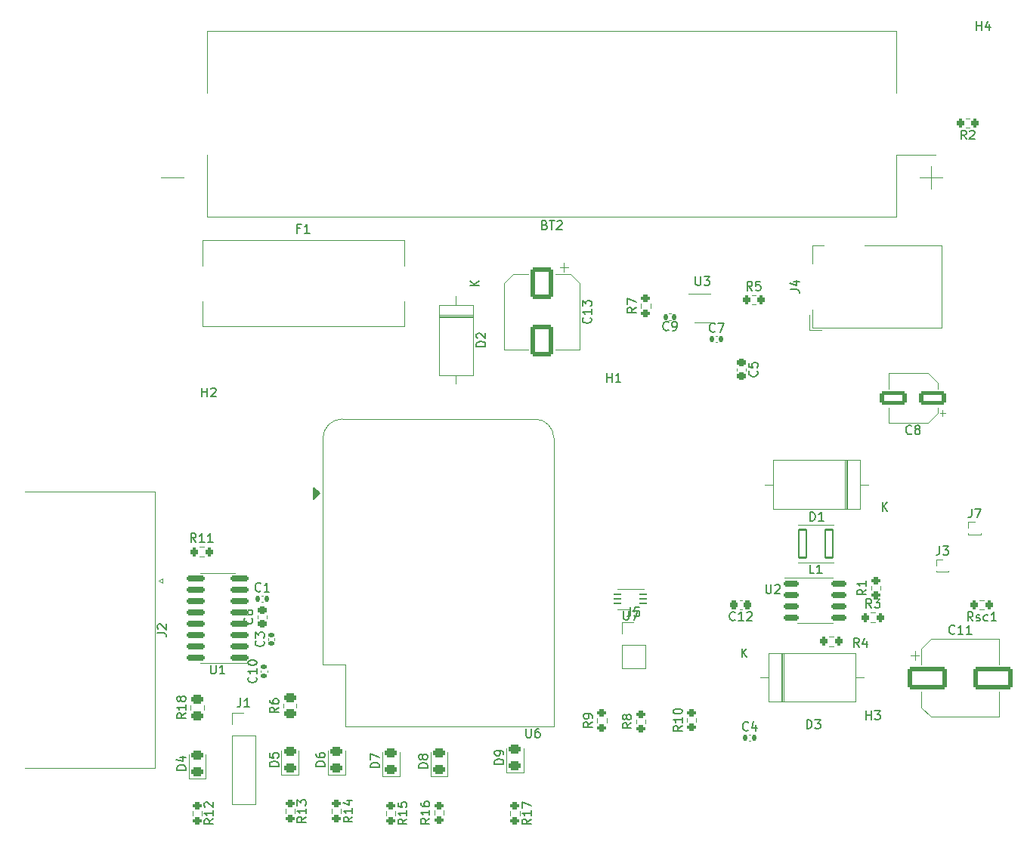
<source format=gto>
G04 #@! TF.GenerationSoftware,KiCad,Pcbnew,(7.0.0-0)*
G04 #@! TF.CreationDate,2023-11-01T15:02:25+02:00*
G04 #@! TF.ProjectId,Untitled,556e7469-746c-4656-942e-6b696361645f,rev?*
G04 #@! TF.SameCoordinates,Original*
G04 #@! TF.FileFunction,Legend,Top*
G04 #@! TF.FilePolarity,Positive*
%FSLAX46Y46*%
G04 Gerber Fmt 4.6, Leading zero omitted, Abs format (unit mm)*
G04 Created by KiCad (PCBNEW (7.0.0-0)) date 2023-11-01 15:02:25*
%MOMM*%
%LPD*%
G01*
G04 APERTURE LIST*
G04 Aperture macros list*
%AMRoundRect*
0 Rectangle with rounded corners*
0 $1 Rounding radius*
0 $2 $3 $4 $5 $6 $7 $8 $9 X,Y pos of 4 corners*
0 Add a 4 corners polygon primitive as box body*
4,1,4,$2,$3,$4,$5,$6,$7,$8,$9,$2,$3,0*
0 Add four circle primitives for the rounded corners*
1,1,$1+$1,$2,$3*
1,1,$1+$1,$4,$5*
1,1,$1+$1,$6,$7*
1,1,$1+$1,$8,$9*
0 Add four rect primitives between the rounded corners*
20,1,$1+$1,$2,$3,$4,$5,0*
20,1,$1+$1,$4,$5,$6,$7,0*
20,1,$1+$1,$6,$7,$8,$9,0*
20,1,$1+$1,$8,$9,$2,$3,0*%
G04 Aperture macros list end*
%ADD10C,0.150000*%
%ADD11C,0.120000*%
%ADD12R,1.700000X1.700000*%
%ADD13O,1.700000X1.700000*%
%ADD14RoundRect,0.225000X-0.250000X0.225000X-0.250000X-0.225000X0.250000X-0.225000X0.250000X0.225000X0*%
%ADD15RoundRect,0.243750X0.456250X-0.243750X0.456250X0.243750X-0.456250X0.243750X-0.456250X-0.243750X0*%
%ADD16RoundRect,0.200000X-0.275000X0.200000X-0.275000X-0.200000X0.275000X-0.200000X0.275000X0.200000X0*%
%ADD17RoundRect,0.200000X0.275000X-0.200000X0.275000X0.200000X-0.275000X0.200000X-0.275000X-0.200000X0*%
%ADD18RoundRect,0.062500X0.350000X0.062500X-0.350000X0.062500X-0.350000X-0.062500X0.350000X-0.062500X0*%
%ADD19R,1.650000X1.350000*%
%ADD20R,3.200000X3.200000*%
%ADD21O,3.200000X3.200000*%
%ADD22RoundRect,0.225000X0.225000X0.250000X-0.225000X0.250000X-0.225000X-0.250000X0.225000X-0.250000X0*%
%ADD23RoundRect,0.150000X0.825000X0.150000X-0.825000X0.150000X-0.825000X-0.150000X0.825000X-0.150000X0*%
%ADD24RoundRect,0.250000X0.450000X-0.262500X0.450000X0.262500X-0.450000X0.262500X-0.450000X-0.262500X0*%
%ADD25C,2.390000*%
%ADD26C,3.450000*%
%ADD27R,7.340000X6.350000*%
%ADD28R,2.000000X2.000000*%
%ADD29O,2.000000X1.600000*%
%ADD30RoundRect,0.110000X0.440000X1.590000X-0.440000X1.590000X-0.440000X-1.590000X0.440000X-1.590000X0*%
%ADD31RoundRect,0.140000X0.170000X-0.140000X0.170000X0.140000X-0.170000X0.140000X-0.170000X-0.140000X0*%
%ADD32R,0.850000X0.850000*%
%ADD33RoundRect,0.140000X0.140000X0.170000X-0.140000X0.170000X-0.140000X-0.170000X0.140000X-0.170000X0*%
%ADD34RoundRect,0.200000X-0.200000X-0.275000X0.200000X-0.275000X0.200000X0.275000X-0.200000X0.275000X0*%
%ADD35RoundRect,0.140000X-0.140000X-0.170000X0.140000X-0.170000X0.140000X0.170000X-0.140000X0.170000X0*%
%ADD36C,3.200000*%
%ADD37RoundRect,0.250000X-1.000000X1.500000X-1.000000X-1.500000X1.000000X-1.500000X1.000000X1.500000X0*%
%ADD38R,1.560000X0.650000*%
%ADD39RoundRect,0.200000X0.200000X0.275000X-0.200000X0.275000X-0.200000X-0.275000X0.200000X-0.275000X0*%
%ADD40RoundRect,0.225000X0.250000X-0.225000X0.250000X0.225000X-0.250000X0.225000X-0.250000X-0.225000X0*%
%ADD41C,4.000000*%
%ADD42R,1.600000X1.600000*%
%ADD43C,1.600000*%
%ADD44R,2.400000X2.400000*%
%ADD45O,2.400000X2.400000*%
%ADD46RoundRect,0.150000X-0.675000X-0.150000X0.675000X-0.150000X0.675000X0.150000X-0.675000X0.150000X0*%
%ADD47RoundRect,0.250000X1.250000X0.550000X-1.250000X0.550000X-1.250000X-0.550000X1.250000X-0.550000X0*%
%ADD48R,2.000000X4.600000*%
%ADD49O,2.000000X4.200000*%
%ADD50O,4.200000X2.000000*%
%ADD51RoundRect,0.250000X-1.950000X-1.000000X1.950000X-1.000000X1.950000X1.000000X-1.950000X1.000000X0*%
%ADD52C,3.000000*%
G04 APERTURE END LIST*
D10*
X152446666Y-89682380D02*
X152446666Y-90396666D01*
X152446666Y-90396666D02*
X152399047Y-90539523D01*
X152399047Y-90539523D02*
X152303809Y-90634761D01*
X152303809Y-90634761D02*
X152160952Y-90682380D01*
X152160952Y-90682380D02*
X152065714Y-90682380D01*
X153399047Y-89682380D02*
X152922857Y-89682380D01*
X152922857Y-89682380D02*
X152875238Y-90158571D01*
X152875238Y-90158571D02*
X152922857Y-90110952D01*
X152922857Y-90110952D02*
X153018095Y-90063333D01*
X153018095Y-90063333D02*
X153256190Y-90063333D01*
X153256190Y-90063333D02*
X153351428Y-90110952D01*
X153351428Y-90110952D02*
X153399047Y-90158571D01*
X153399047Y-90158571D02*
X153446666Y-90253809D01*
X153446666Y-90253809D02*
X153446666Y-90491904D01*
X153446666Y-90491904D02*
X153399047Y-90587142D01*
X153399047Y-90587142D02*
X153351428Y-90634761D01*
X153351428Y-90634761D02*
X153256190Y-90682380D01*
X153256190Y-90682380D02*
X153018095Y-90682380D01*
X153018095Y-90682380D02*
X152922857Y-90634761D01*
X152922857Y-90634761D02*
X152875238Y-90587142D01*
X108766666Y-99837380D02*
X108766666Y-100551666D01*
X108766666Y-100551666D02*
X108719047Y-100694523D01*
X108719047Y-100694523D02*
X108623809Y-100789761D01*
X108623809Y-100789761D02*
X108480952Y-100837380D01*
X108480952Y-100837380D02*
X108385714Y-100837380D01*
X109766666Y-100837380D02*
X109195238Y-100837380D01*
X109480952Y-100837380D02*
X109480952Y-99837380D01*
X109480952Y-99837380D02*
X109385714Y-99980238D01*
X109385714Y-99980238D02*
X109290476Y-100075476D01*
X109290476Y-100075476D02*
X109195238Y-100123095D01*
X166602142Y-63166666D02*
X166649761Y-63214285D01*
X166649761Y-63214285D02*
X166697380Y-63357142D01*
X166697380Y-63357142D02*
X166697380Y-63452380D01*
X166697380Y-63452380D02*
X166649761Y-63595237D01*
X166649761Y-63595237D02*
X166554523Y-63690475D01*
X166554523Y-63690475D02*
X166459285Y-63738094D01*
X166459285Y-63738094D02*
X166268809Y-63785713D01*
X166268809Y-63785713D02*
X166125952Y-63785713D01*
X166125952Y-63785713D02*
X165935476Y-63738094D01*
X165935476Y-63738094D02*
X165840238Y-63690475D01*
X165840238Y-63690475D02*
X165745000Y-63595237D01*
X165745000Y-63595237D02*
X165697380Y-63452380D01*
X165697380Y-63452380D02*
X165697380Y-63357142D01*
X165697380Y-63357142D02*
X165745000Y-63214285D01*
X165745000Y-63214285D02*
X165792619Y-63166666D01*
X165697380Y-62261904D02*
X165697380Y-62738094D01*
X165697380Y-62738094D02*
X166173571Y-62785713D01*
X166173571Y-62785713D02*
X166125952Y-62738094D01*
X166125952Y-62738094D02*
X166078333Y-62642856D01*
X166078333Y-62642856D02*
X166078333Y-62404761D01*
X166078333Y-62404761D02*
X166125952Y-62309523D01*
X166125952Y-62309523D02*
X166173571Y-62261904D01*
X166173571Y-62261904D02*
X166268809Y-62214285D01*
X166268809Y-62214285D02*
X166506904Y-62214285D01*
X166506904Y-62214285D02*
X166602142Y-62261904D01*
X166602142Y-62261904D02*
X166649761Y-62309523D01*
X166649761Y-62309523D02*
X166697380Y-62404761D01*
X166697380Y-62404761D02*
X166697380Y-62642856D01*
X166697380Y-62642856D02*
X166649761Y-62738094D01*
X166649761Y-62738094D02*
X166602142Y-62785713D01*
X118217380Y-107478094D02*
X117217380Y-107478094D01*
X117217380Y-107478094D02*
X117217380Y-107239999D01*
X117217380Y-107239999D02*
X117265000Y-107097142D01*
X117265000Y-107097142D02*
X117360238Y-107001904D01*
X117360238Y-107001904D02*
X117455476Y-106954285D01*
X117455476Y-106954285D02*
X117645952Y-106906666D01*
X117645952Y-106906666D02*
X117788809Y-106906666D01*
X117788809Y-106906666D02*
X117979285Y-106954285D01*
X117979285Y-106954285D02*
X118074523Y-107001904D01*
X118074523Y-107001904D02*
X118169761Y-107097142D01*
X118169761Y-107097142D02*
X118217380Y-107239999D01*
X118217380Y-107239999D02*
X118217380Y-107478094D01*
X117217380Y-106049523D02*
X117217380Y-106239999D01*
X117217380Y-106239999D02*
X117265000Y-106335237D01*
X117265000Y-106335237D02*
X117312619Y-106382856D01*
X117312619Y-106382856D02*
X117455476Y-106478094D01*
X117455476Y-106478094D02*
X117645952Y-106525713D01*
X117645952Y-106525713D02*
X118026904Y-106525713D01*
X118026904Y-106525713D02*
X118122142Y-106478094D01*
X118122142Y-106478094D02*
X118169761Y-106430475D01*
X118169761Y-106430475D02*
X118217380Y-106335237D01*
X118217380Y-106335237D02*
X118217380Y-106144761D01*
X118217380Y-106144761D02*
X118169761Y-106049523D01*
X118169761Y-106049523D02*
X118122142Y-106001904D01*
X118122142Y-106001904D02*
X118026904Y-105954285D01*
X118026904Y-105954285D02*
X117788809Y-105954285D01*
X117788809Y-105954285D02*
X117693571Y-106001904D01*
X117693571Y-106001904D02*
X117645952Y-106049523D01*
X117645952Y-106049523D02*
X117598333Y-106144761D01*
X117598333Y-106144761D02*
X117598333Y-106335237D01*
X117598333Y-106335237D02*
X117645952Y-106430475D01*
X117645952Y-106430475D02*
X117693571Y-106478094D01*
X117693571Y-106478094D02*
X117788809Y-106525713D01*
X105697380Y-113393357D02*
X105221190Y-113726690D01*
X105697380Y-113964785D02*
X104697380Y-113964785D01*
X104697380Y-113964785D02*
X104697380Y-113583833D01*
X104697380Y-113583833D02*
X104745000Y-113488595D01*
X104745000Y-113488595D02*
X104792619Y-113440976D01*
X104792619Y-113440976D02*
X104887857Y-113393357D01*
X104887857Y-113393357D02*
X105030714Y-113393357D01*
X105030714Y-113393357D02*
X105125952Y-113440976D01*
X105125952Y-113440976D02*
X105173571Y-113488595D01*
X105173571Y-113488595D02*
X105221190Y-113583833D01*
X105221190Y-113583833D02*
X105221190Y-113964785D01*
X105697380Y-112440976D02*
X105697380Y-113012404D01*
X105697380Y-112726690D02*
X104697380Y-112726690D01*
X104697380Y-112726690D02*
X104840238Y-112821928D01*
X104840238Y-112821928D02*
X104935476Y-112917166D01*
X104935476Y-112917166D02*
X104983095Y-113012404D01*
X104792619Y-112060023D02*
X104745000Y-112012404D01*
X104745000Y-112012404D02*
X104697380Y-111917166D01*
X104697380Y-111917166D02*
X104697380Y-111679071D01*
X104697380Y-111679071D02*
X104745000Y-111583833D01*
X104745000Y-111583833D02*
X104792619Y-111536214D01*
X104792619Y-111536214D02*
X104887857Y-111488595D01*
X104887857Y-111488595D02*
X104983095Y-111488595D01*
X104983095Y-111488595D02*
X105125952Y-111536214D01*
X105125952Y-111536214D02*
X105697380Y-112107642D01*
X105697380Y-112107642D02*
X105697380Y-111488595D01*
X141297380Y-113416857D02*
X140821190Y-113750190D01*
X141297380Y-113988285D02*
X140297380Y-113988285D01*
X140297380Y-113988285D02*
X140297380Y-113607333D01*
X140297380Y-113607333D02*
X140345000Y-113512095D01*
X140345000Y-113512095D02*
X140392619Y-113464476D01*
X140392619Y-113464476D02*
X140487857Y-113416857D01*
X140487857Y-113416857D02*
X140630714Y-113416857D01*
X140630714Y-113416857D02*
X140725952Y-113464476D01*
X140725952Y-113464476D02*
X140773571Y-113512095D01*
X140773571Y-113512095D02*
X140821190Y-113607333D01*
X140821190Y-113607333D02*
X140821190Y-113988285D01*
X141297380Y-112464476D02*
X141297380Y-113035904D01*
X141297380Y-112750190D02*
X140297380Y-112750190D01*
X140297380Y-112750190D02*
X140440238Y-112845428D01*
X140440238Y-112845428D02*
X140535476Y-112940666D01*
X140535476Y-112940666D02*
X140583095Y-113035904D01*
X140297380Y-112131142D02*
X140297380Y-111464476D01*
X140297380Y-111464476D02*
X141297380Y-111893047D01*
X153087380Y-56053666D02*
X152611190Y-56386999D01*
X153087380Y-56625094D02*
X152087380Y-56625094D01*
X152087380Y-56625094D02*
X152087380Y-56244142D01*
X152087380Y-56244142D02*
X152135000Y-56148904D01*
X152135000Y-56148904D02*
X152182619Y-56101285D01*
X152182619Y-56101285D02*
X152277857Y-56053666D01*
X152277857Y-56053666D02*
X152420714Y-56053666D01*
X152420714Y-56053666D02*
X152515952Y-56101285D01*
X152515952Y-56101285D02*
X152563571Y-56148904D01*
X152563571Y-56148904D02*
X152611190Y-56244142D01*
X152611190Y-56244142D02*
X152611190Y-56625094D01*
X152087380Y-55720332D02*
X152087380Y-55053666D01*
X152087380Y-55053666D02*
X153087380Y-55482237D01*
X127397380Y-113402857D02*
X126921190Y-113736190D01*
X127397380Y-113974285D02*
X126397380Y-113974285D01*
X126397380Y-113974285D02*
X126397380Y-113593333D01*
X126397380Y-113593333D02*
X126445000Y-113498095D01*
X126445000Y-113498095D02*
X126492619Y-113450476D01*
X126492619Y-113450476D02*
X126587857Y-113402857D01*
X126587857Y-113402857D02*
X126730714Y-113402857D01*
X126730714Y-113402857D02*
X126825952Y-113450476D01*
X126825952Y-113450476D02*
X126873571Y-113498095D01*
X126873571Y-113498095D02*
X126921190Y-113593333D01*
X126921190Y-113593333D02*
X126921190Y-113974285D01*
X127397380Y-112450476D02*
X127397380Y-113021904D01*
X127397380Y-112736190D02*
X126397380Y-112736190D01*
X126397380Y-112736190D02*
X126540238Y-112831428D01*
X126540238Y-112831428D02*
X126635476Y-112926666D01*
X126635476Y-112926666D02*
X126683095Y-113021904D01*
X126397380Y-111545714D02*
X126397380Y-112021904D01*
X126397380Y-112021904D02*
X126873571Y-112069523D01*
X126873571Y-112069523D02*
X126825952Y-112021904D01*
X126825952Y-112021904D02*
X126778333Y-111926666D01*
X126778333Y-111926666D02*
X126778333Y-111688571D01*
X126778333Y-111688571D02*
X126825952Y-111593333D01*
X126825952Y-111593333D02*
X126873571Y-111545714D01*
X126873571Y-111545714D02*
X126968809Y-111498095D01*
X126968809Y-111498095D02*
X127206904Y-111498095D01*
X127206904Y-111498095D02*
X127302142Y-111545714D01*
X127302142Y-111545714D02*
X127349761Y-111593333D01*
X127349761Y-111593333D02*
X127397380Y-111688571D01*
X127397380Y-111688571D02*
X127397380Y-111926666D01*
X127397380Y-111926666D02*
X127349761Y-112021904D01*
X127349761Y-112021904D02*
X127302142Y-112069523D01*
X148178380Y-102529666D02*
X147702190Y-102862999D01*
X148178380Y-103101094D02*
X147178380Y-103101094D01*
X147178380Y-103101094D02*
X147178380Y-102720142D01*
X147178380Y-102720142D02*
X147226000Y-102624904D01*
X147226000Y-102624904D02*
X147273619Y-102577285D01*
X147273619Y-102577285D02*
X147368857Y-102529666D01*
X147368857Y-102529666D02*
X147511714Y-102529666D01*
X147511714Y-102529666D02*
X147606952Y-102577285D01*
X147606952Y-102577285D02*
X147654571Y-102624904D01*
X147654571Y-102624904D02*
X147702190Y-102720142D01*
X147702190Y-102720142D02*
X147702190Y-103101094D01*
X148178380Y-102053475D02*
X148178380Y-101862999D01*
X148178380Y-101862999D02*
X148130761Y-101767761D01*
X148130761Y-101767761D02*
X148083142Y-101720142D01*
X148083142Y-101720142D02*
X147940285Y-101624904D01*
X147940285Y-101624904D02*
X147749809Y-101577285D01*
X147749809Y-101577285D02*
X147368857Y-101577285D01*
X147368857Y-101577285D02*
X147273619Y-101624904D01*
X147273619Y-101624904D02*
X147226000Y-101672523D01*
X147226000Y-101672523D02*
X147178380Y-101767761D01*
X147178380Y-101767761D02*
X147178380Y-101958237D01*
X147178380Y-101958237D02*
X147226000Y-102053475D01*
X147226000Y-102053475D02*
X147273619Y-102101094D01*
X147273619Y-102101094D02*
X147368857Y-102148713D01*
X147368857Y-102148713D02*
X147606952Y-102148713D01*
X147606952Y-102148713D02*
X147702190Y-102101094D01*
X147702190Y-102101094D02*
X147749809Y-102053475D01*
X147749809Y-102053475D02*
X147797428Y-101958237D01*
X147797428Y-101958237D02*
X147797428Y-101767761D01*
X147797428Y-101767761D02*
X147749809Y-101672523D01*
X147749809Y-101672523D02*
X147702190Y-101624904D01*
X147702190Y-101624904D02*
X147606952Y-101577285D01*
X151683095Y-90069380D02*
X151683095Y-90878904D01*
X151683095Y-90878904D02*
X151730714Y-90974142D01*
X151730714Y-90974142D02*
X151778333Y-91021761D01*
X151778333Y-91021761D02*
X151873571Y-91069380D01*
X151873571Y-91069380D02*
X152064047Y-91069380D01*
X152064047Y-91069380D02*
X152159285Y-91021761D01*
X152159285Y-91021761D02*
X152206904Y-90974142D01*
X152206904Y-90974142D02*
X152254523Y-90878904D01*
X152254523Y-90878904D02*
X152254523Y-90069380D01*
X152635476Y-90069380D02*
X153302142Y-90069380D01*
X153302142Y-90069380D02*
X152873571Y-91069380D01*
X172191905Y-103277380D02*
X172191905Y-102277380D01*
X172191905Y-102277380D02*
X172430000Y-102277380D01*
X172430000Y-102277380D02*
X172572857Y-102325000D01*
X172572857Y-102325000D02*
X172668095Y-102420238D01*
X172668095Y-102420238D02*
X172715714Y-102515476D01*
X172715714Y-102515476D02*
X172763333Y-102705952D01*
X172763333Y-102705952D02*
X172763333Y-102848809D01*
X172763333Y-102848809D02*
X172715714Y-103039285D01*
X172715714Y-103039285D02*
X172668095Y-103134523D01*
X172668095Y-103134523D02*
X172572857Y-103229761D01*
X172572857Y-103229761D02*
X172430000Y-103277380D01*
X172430000Y-103277380D02*
X172191905Y-103277380D01*
X173096667Y-102277380D02*
X173715714Y-102277380D01*
X173715714Y-102277380D02*
X173382381Y-102658333D01*
X173382381Y-102658333D02*
X173525238Y-102658333D01*
X173525238Y-102658333D02*
X173620476Y-102705952D01*
X173620476Y-102705952D02*
X173668095Y-102753571D01*
X173668095Y-102753571D02*
X173715714Y-102848809D01*
X173715714Y-102848809D02*
X173715714Y-103086904D01*
X173715714Y-103086904D02*
X173668095Y-103182142D01*
X173668095Y-103182142D02*
X173620476Y-103229761D01*
X173620476Y-103229761D02*
X173525238Y-103277380D01*
X173525238Y-103277380D02*
X173239524Y-103277380D01*
X173239524Y-103277380D02*
X173144286Y-103229761D01*
X173144286Y-103229761D02*
X173096667Y-103182142D01*
X164918095Y-95267380D02*
X164918095Y-94267380D01*
X165489523Y-95267380D02*
X165060952Y-94695952D01*
X165489523Y-94267380D02*
X164918095Y-94838809D01*
X164158142Y-91068142D02*
X164110523Y-91115761D01*
X164110523Y-91115761D02*
X163967666Y-91163380D01*
X163967666Y-91163380D02*
X163872428Y-91163380D01*
X163872428Y-91163380D02*
X163729571Y-91115761D01*
X163729571Y-91115761D02*
X163634333Y-91020523D01*
X163634333Y-91020523D02*
X163586714Y-90925285D01*
X163586714Y-90925285D02*
X163539095Y-90734809D01*
X163539095Y-90734809D02*
X163539095Y-90591952D01*
X163539095Y-90591952D02*
X163586714Y-90401476D01*
X163586714Y-90401476D02*
X163634333Y-90306238D01*
X163634333Y-90306238D02*
X163729571Y-90211000D01*
X163729571Y-90211000D02*
X163872428Y-90163380D01*
X163872428Y-90163380D02*
X163967666Y-90163380D01*
X163967666Y-90163380D02*
X164110523Y-90211000D01*
X164110523Y-90211000D02*
X164158142Y-90258619D01*
X165110523Y-91163380D02*
X164539095Y-91163380D01*
X164824809Y-91163380D02*
X164824809Y-90163380D01*
X164824809Y-90163380D02*
X164729571Y-90306238D01*
X164729571Y-90306238D02*
X164634333Y-90401476D01*
X164634333Y-90401476D02*
X164539095Y-90449095D01*
X165491476Y-90258619D02*
X165539095Y-90211000D01*
X165539095Y-90211000D02*
X165634333Y-90163380D01*
X165634333Y-90163380D02*
X165872428Y-90163380D01*
X165872428Y-90163380D02*
X165967666Y-90211000D01*
X165967666Y-90211000D02*
X166015285Y-90258619D01*
X166015285Y-90258619D02*
X166062904Y-90353857D01*
X166062904Y-90353857D02*
X166062904Y-90449095D01*
X166062904Y-90449095D02*
X166015285Y-90591952D01*
X166015285Y-90591952D02*
X165443857Y-91163380D01*
X165443857Y-91163380D02*
X166062904Y-91163380D01*
X105410095Y-96134380D02*
X105410095Y-96943904D01*
X105410095Y-96943904D02*
X105457714Y-97039142D01*
X105457714Y-97039142D02*
X105505333Y-97086761D01*
X105505333Y-97086761D02*
X105600571Y-97134380D01*
X105600571Y-97134380D02*
X105791047Y-97134380D01*
X105791047Y-97134380D02*
X105886285Y-97086761D01*
X105886285Y-97086761D02*
X105933904Y-97039142D01*
X105933904Y-97039142D02*
X105981523Y-96943904D01*
X105981523Y-96943904D02*
X105981523Y-96134380D01*
X106981523Y-97134380D02*
X106410095Y-97134380D01*
X106695809Y-97134380D02*
X106695809Y-96134380D01*
X106695809Y-96134380D02*
X106600571Y-96277238D01*
X106600571Y-96277238D02*
X106505333Y-96372476D01*
X106505333Y-96372476D02*
X106410095Y-96420095D01*
X102617380Y-101542857D02*
X102141190Y-101876190D01*
X102617380Y-102114285D02*
X101617380Y-102114285D01*
X101617380Y-102114285D02*
X101617380Y-101733333D01*
X101617380Y-101733333D02*
X101665000Y-101638095D01*
X101665000Y-101638095D02*
X101712619Y-101590476D01*
X101712619Y-101590476D02*
X101807857Y-101542857D01*
X101807857Y-101542857D02*
X101950714Y-101542857D01*
X101950714Y-101542857D02*
X102045952Y-101590476D01*
X102045952Y-101590476D02*
X102093571Y-101638095D01*
X102093571Y-101638095D02*
X102141190Y-101733333D01*
X102141190Y-101733333D02*
X102141190Y-102114285D01*
X102617380Y-100590476D02*
X102617380Y-101161904D01*
X102617380Y-100876190D02*
X101617380Y-100876190D01*
X101617380Y-100876190D02*
X101760238Y-100971428D01*
X101760238Y-100971428D02*
X101855476Y-101066666D01*
X101855476Y-101066666D02*
X101903095Y-101161904D01*
X102045952Y-100019047D02*
X101998333Y-100114285D01*
X101998333Y-100114285D02*
X101950714Y-100161904D01*
X101950714Y-100161904D02*
X101855476Y-100209523D01*
X101855476Y-100209523D02*
X101807857Y-100209523D01*
X101807857Y-100209523D02*
X101712619Y-100161904D01*
X101712619Y-100161904D02*
X101665000Y-100114285D01*
X101665000Y-100114285D02*
X101617380Y-100019047D01*
X101617380Y-100019047D02*
X101617380Y-99828571D01*
X101617380Y-99828571D02*
X101665000Y-99733333D01*
X101665000Y-99733333D02*
X101712619Y-99685714D01*
X101712619Y-99685714D02*
X101807857Y-99638095D01*
X101807857Y-99638095D02*
X101855476Y-99638095D01*
X101855476Y-99638095D02*
X101950714Y-99685714D01*
X101950714Y-99685714D02*
X101998333Y-99733333D01*
X101998333Y-99733333D02*
X102045952Y-99828571D01*
X102045952Y-99828571D02*
X102045952Y-100019047D01*
X102045952Y-100019047D02*
X102093571Y-100114285D01*
X102093571Y-100114285D02*
X102141190Y-100161904D01*
X102141190Y-100161904D02*
X102236428Y-100209523D01*
X102236428Y-100209523D02*
X102426904Y-100209523D01*
X102426904Y-100209523D02*
X102522142Y-100161904D01*
X102522142Y-100161904D02*
X102569761Y-100114285D01*
X102569761Y-100114285D02*
X102617380Y-100019047D01*
X102617380Y-100019047D02*
X102617380Y-99828571D01*
X102617380Y-99828571D02*
X102569761Y-99733333D01*
X102569761Y-99733333D02*
X102522142Y-99685714D01*
X102522142Y-99685714D02*
X102426904Y-99638095D01*
X102426904Y-99638095D02*
X102236428Y-99638095D01*
X102236428Y-99638095D02*
X102141190Y-99685714D01*
X102141190Y-99685714D02*
X102093571Y-99733333D01*
X102093571Y-99733333D02*
X102045952Y-99828571D01*
X142825885Y-46801971D02*
X142968742Y-46849590D01*
X142968742Y-46849590D02*
X143016361Y-46897209D01*
X143016361Y-46897209D02*
X143063980Y-46992447D01*
X143063980Y-46992447D02*
X143063980Y-47135304D01*
X143063980Y-47135304D02*
X143016361Y-47230542D01*
X143016361Y-47230542D02*
X142968742Y-47278161D01*
X142968742Y-47278161D02*
X142873504Y-47325780D01*
X142873504Y-47325780D02*
X142492552Y-47325780D01*
X142492552Y-47325780D02*
X142492552Y-46325780D01*
X142492552Y-46325780D02*
X142825885Y-46325780D01*
X142825885Y-46325780D02*
X142921123Y-46373400D01*
X142921123Y-46373400D02*
X142968742Y-46421019D01*
X142968742Y-46421019D02*
X143016361Y-46516257D01*
X143016361Y-46516257D02*
X143016361Y-46611495D01*
X143016361Y-46611495D02*
X142968742Y-46706733D01*
X142968742Y-46706733D02*
X142921123Y-46754352D01*
X142921123Y-46754352D02*
X142825885Y-46801971D01*
X142825885Y-46801971D02*
X142492552Y-46801971D01*
X143349695Y-46325780D02*
X143921123Y-46325780D01*
X143635409Y-47325780D02*
X143635409Y-46325780D01*
X144206838Y-46421019D02*
X144254457Y-46373400D01*
X144254457Y-46373400D02*
X144349695Y-46325780D01*
X144349695Y-46325780D02*
X144587790Y-46325780D01*
X144587790Y-46325780D02*
X144683028Y-46373400D01*
X144683028Y-46373400D02*
X144730647Y-46421019D01*
X144730647Y-46421019D02*
X144778266Y-46516257D01*
X144778266Y-46516257D02*
X144778266Y-46611495D01*
X144778266Y-46611495D02*
X144730647Y-46754352D01*
X144730647Y-46754352D02*
X144159219Y-47325780D01*
X144159219Y-47325780D02*
X144778266Y-47325780D01*
X140738095Y-103267380D02*
X140738095Y-104076904D01*
X140738095Y-104076904D02*
X140785714Y-104172142D01*
X140785714Y-104172142D02*
X140833333Y-104219761D01*
X140833333Y-104219761D02*
X140928571Y-104267380D01*
X140928571Y-104267380D02*
X141119047Y-104267380D01*
X141119047Y-104267380D02*
X141214285Y-104219761D01*
X141214285Y-104219761D02*
X141261904Y-104172142D01*
X141261904Y-104172142D02*
X141309523Y-104076904D01*
X141309523Y-104076904D02*
X141309523Y-103267380D01*
X142214285Y-103267380D02*
X142023809Y-103267380D01*
X142023809Y-103267380D02*
X141928571Y-103315000D01*
X141928571Y-103315000D02*
X141880952Y-103362619D01*
X141880952Y-103362619D02*
X141785714Y-103505476D01*
X141785714Y-103505476D02*
X141738095Y-103695952D01*
X141738095Y-103695952D02*
X141738095Y-104076904D01*
X141738095Y-104076904D02*
X141785714Y-104172142D01*
X141785714Y-104172142D02*
X141833333Y-104219761D01*
X141833333Y-104219761D02*
X141928571Y-104267380D01*
X141928571Y-104267380D02*
X142119047Y-104267380D01*
X142119047Y-104267380D02*
X142214285Y-104219761D01*
X142214285Y-104219761D02*
X142261904Y-104172142D01*
X142261904Y-104172142D02*
X142309523Y-104076904D01*
X142309523Y-104076904D02*
X142309523Y-103838809D01*
X142309523Y-103838809D02*
X142261904Y-103743571D01*
X142261904Y-103743571D02*
X142214285Y-103695952D01*
X142214285Y-103695952D02*
X142119047Y-103648333D01*
X142119047Y-103648333D02*
X141928571Y-103648333D01*
X141928571Y-103648333D02*
X141833333Y-103695952D01*
X141833333Y-103695952D02*
X141785714Y-103743571D01*
X141785714Y-103743571D02*
X141738095Y-103838809D01*
X129717380Y-107678094D02*
X128717380Y-107678094D01*
X128717380Y-107678094D02*
X128717380Y-107439999D01*
X128717380Y-107439999D02*
X128765000Y-107297142D01*
X128765000Y-107297142D02*
X128860238Y-107201904D01*
X128860238Y-107201904D02*
X128955476Y-107154285D01*
X128955476Y-107154285D02*
X129145952Y-107106666D01*
X129145952Y-107106666D02*
X129288809Y-107106666D01*
X129288809Y-107106666D02*
X129479285Y-107154285D01*
X129479285Y-107154285D02*
X129574523Y-107201904D01*
X129574523Y-107201904D02*
X129669761Y-107297142D01*
X129669761Y-107297142D02*
X129717380Y-107439999D01*
X129717380Y-107439999D02*
X129717380Y-107678094D01*
X129145952Y-106535237D02*
X129098333Y-106630475D01*
X129098333Y-106630475D02*
X129050714Y-106678094D01*
X129050714Y-106678094D02*
X128955476Y-106725713D01*
X128955476Y-106725713D02*
X128907857Y-106725713D01*
X128907857Y-106725713D02*
X128812619Y-106678094D01*
X128812619Y-106678094D02*
X128765000Y-106630475D01*
X128765000Y-106630475D02*
X128717380Y-106535237D01*
X128717380Y-106535237D02*
X128717380Y-106344761D01*
X128717380Y-106344761D02*
X128765000Y-106249523D01*
X128765000Y-106249523D02*
X128812619Y-106201904D01*
X128812619Y-106201904D02*
X128907857Y-106154285D01*
X128907857Y-106154285D02*
X128955476Y-106154285D01*
X128955476Y-106154285D02*
X129050714Y-106201904D01*
X129050714Y-106201904D02*
X129098333Y-106249523D01*
X129098333Y-106249523D02*
X129145952Y-106344761D01*
X129145952Y-106344761D02*
X129145952Y-106535237D01*
X129145952Y-106535237D02*
X129193571Y-106630475D01*
X129193571Y-106630475D02*
X129241190Y-106678094D01*
X129241190Y-106678094D02*
X129336428Y-106725713D01*
X129336428Y-106725713D02*
X129526904Y-106725713D01*
X129526904Y-106725713D02*
X129622142Y-106678094D01*
X129622142Y-106678094D02*
X129669761Y-106630475D01*
X129669761Y-106630475D02*
X129717380Y-106535237D01*
X129717380Y-106535237D02*
X129717380Y-106344761D01*
X129717380Y-106344761D02*
X129669761Y-106249523D01*
X129669761Y-106249523D02*
X129622142Y-106201904D01*
X129622142Y-106201904D02*
X129526904Y-106154285D01*
X129526904Y-106154285D02*
X129336428Y-106154285D01*
X129336428Y-106154285D02*
X129241190Y-106201904D01*
X129241190Y-106201904D02*
X129193571Y-106249523D01*
X129193571Y-106249523D02*
X129145952Y-106344761D01*
X158237380Y-102942857D02*
X157761190Y-103276190D01*
X158237380Y-103514285D02*
X157237380Y-103514285D01*
X157237380Y-103514285D02*
X157237380Y-103133333D01*
X157237380Y-103133333D02*
X157285000Y-103038095D01*
X157285000Y-103038095D02*
X157332619Y-102990476D01*
X157332619Y-102990476D02*
X157427857Y-102942857D01*
X157427857Y-102942857D02*
X157570714Y-102942857D01*
X157570714Y-102942857D02*
X157665952Y-102990476D01*
X157665952Y-102990476D02*
X157713571Y-103038095D01*
X157713571Y-103038095D02*
X157761190Y-103133333D01*
X157761190Y-103133333D02*
X157761190Y-103514285D01*
X158237380Y-101990476D02*
X158237380Y-102561904D01*
X158237380Y-102276190D02*
X157237380Y-102276190D01*
X157237380Y-102276190D02*
X157380238Y-102371428D01*
X157380238Y-102371428D02*
X157475476Y-102466666D01*
X157475476Y-102466666D02*
X157523095Y-102561904D01*
X157237380Y-101371428D02*
X157237380Y-101276190D01*
X157237380Y-101276190D02*
X157285000Y-101180952D01*
X157285000Y-101180952D02*
X157332619Y-101133333D01*
X157332619Y-101133333D02*
X157427857Y-101085714D01*
X157427857Y-101085714D02*
X157618333Y-101038095D01*
X157618333Y-101038095D02*
X157856428Y-101038095D01*
X157856428Y-101038095D02*
X158046904Y-101085714D01*
X158046904Y-101085714D02*
X158142142Y-101133333D01*
X158142142Y-101133333D02*
X158189761Y-101180952D01*
X158189761Y-101180952D02*
X158237380Y-101276190D01*
X158237380Y-101276190D02*
X158237380Y-101371428D01*
X158237380Y-101371428D02*
X158189761Y-101466666D01*
X158189761Y-101466666D02*
X158142142Y-101514285D01*
X158142142Y-101514285D02*
X158046904Y-101561904D01*
X158046904Y-101561904D02*
X157856428Y-101609523D01*
X157856428Y-101609523D02*
X157618333Y-101609523D01*
X157618333Y-101609523D02*
X157427857Y-101561904D01*
X157427857Y-101561904D02*
X157332619Y-101514285D01*
X157332619Y-101514285D02*
X157285000Y-101466666D01*
X157285000Y-101466666D02*
X157237380Y-101371428D01*
X173033333Y-85867380D02*
X172557143Y-85867380D01*
X172557143Y-85867380D02*
X172557143Y-84867380D01*
X173890476Y-85867380D02*
X173319048Y-85867380D01*
X173604762Y-85867380D02*
X173604762Y-84867380D01*
X173604762Y-84867380D02*
X173509524Y-85010238D01*
X173509524Y-85010238D02*
X173414286Y-85105476D01*
X173414286Y-85105476D02*
X173319048Y-85153095D01*
X111315142Y-93418666D02*
X111362761Y-93466285D01*
X111362761Y-93466285D02*
X111410380Y-93609142D01*
X111410380Y-93609142D02*
X111410380Y-93704380D01*
X111410380Y-93704380D02*
X111362761Y-93847237D01*
X111362761Y-93847237D02*
X111267523Y-93942475D01*
X111267523Y-93942475D02*
X111172285Y-93990094D01*
X111172285Y-93990094D02*
X110981809Y-94037713D01*
X110981809Y-94037713D02*
X110838952Y-94037713D01*
X110838952Y-94037713D02*
X110648476Y-93990094D01*
X110648476Y-93990094D02*
X110553238Y-93942475D01*
X110553238Y-93942475D02*
X110458000Y-93847237D01*
X110458000Y-93847237D02*
X110410380Y-93704380D01*
X110410380Y-93704380D02*
X110410380Y-93609142D01*
X110410380Y-93609142D02*
X110458000Y-93466285D01*
X110458000Y-93466285D02*
X110505619Y-93418666D01*
X110410380Y-93085332D02*
X110410380Y-92466285D01*
X110410380Y-92466285D02*
X110791333Y-92799618D01*
X110791333Y-92799618D02*
X110791333Y-92656761D01*
X110791333Y-92656761D02*
X110838952Y-92561523D01*
X110838952Y-92561523D02*
X110886571Y-92513904D01*
X110886571Y-92513904D02*
X110981809Y-92466285D01*
X110981809Y-92466285D02*
X111219904Y-92466285D01*
X111219904Y-92466285D02*
X111315142Y-92513904D01*
X111315142Y-92513904D02*
X111362761Y-92561523D01*
X111362761Y-92561523D02*
X111410380Y-92656761D01*
X111410380Y-92656761D02*
X111410380Y-92942475D01*
X111410380Y-92942475D02*
X111362761Y-93037713D01*
X111362761Y-93037713D02*
X111315142Y-93085332D01*
X138217380Y-107240594D02*
X137217380Y-107240594D01*
X137217380Y-107240594D02*
X137217380Y-107002499D01*
X137217380Y-107002499D02*
X137265000Y-106859642D01*
X137265000Y-106859642D02*
X137360238Y-106764404D01*
X137360238Y-106764404D02*
X137455476Y-106716785D01*
X137455476Y-106716785D02*
X137645952Y-106669166D01*
X137645952Y-106669166D02*
X137788809Y-106669166D01*
X137788809Y-106669166D02*
X137979285Y-106716785D01*
X137979285Y-106716785D02*
X138074523Y-106764404D01*
X138074523Y-106764404D02*
X138169761Y-106859642D01*
X138169761Y-106859642D02*
X138217380Y-107002499D01*
X138217380Y-107002499D02*
X138217380Y-107240594D01*
X138217380Y-106192975D02*
X138217380Y-106002499D01*
X138217380Y-106002499D02*
X138169761Y-105907261D01*
X138169761Y-105907261D02*
X138122142Y-105859642D01*
X138122142Y-105859642D02*
X137979285Y-105764404D01*
X137979285Y-105764404D02*
X137788809Y-105716785D01*
X137788809Y-105716785D02*
X137407857Y-105716785D01*
X137407857Y-105716785D02*
X137312619Y-105764404D01*
X137312619Y-105764404D02*
X137265000Y-105812023D01*
X137265000Y-105812023D02*
X137217380Y-105907261D01*
X137217380Y-105907261D02*
X137217380Y-106097737D01*
X137217380Y-106097737D02*
X137265000Y-106192975D01*
X137265000Y-106192975D02*
X137312619Y-106240594D01*
X137312619Y-106240594D02*
X137407857Y-106288213D01*
X137407857Y-106288213D02*
X137645952Y-106288213D01*
X137645952Y-106288213D02*
X137741190Y-106240594D01*
X137741190Y-106240594D02*
X137788809Y-106192975D01*
X137788809Y-106192975D02*
X137836428Y-106097737D01*
X137836428Y-106097737D02*
X137836428Y-105907261D01*
X137836428Y-105907261D02*
X137788809Y-105812023D01*
X137788809Y-105812023D02*
X137741190Y-105764404D01*
X137741190Y-105764404D02*
X137645952Y-105716785D01*
X187066666Y-82807380D02*
X187066666Y-83521666D01*
X187066666Y-83521666D02*
X187019047Y-83664523D01*
X187019047Y-83664523D02*
X186923809Y-83759761D01*
X186923809Y-83759761D02*
X186780952Y-83807380D01*
X186780952Y-83807380D02*
X186685714Y-83807380D01*
X187447619Y-82807380D02*
X188066666Y-82807380D01*
X188066666Y-82807380D02*
X187733333Y-83188333D01*
X187733333Y-83188333D02*
X187876190Y-83188333D01*
X187876190Y-83188333D02*
X187971428Y-83235952D01*
X187971428Y-83235952D02*
X188019047Y-83283571D01*
X188019047Y-83283571D02*
X188066666Y-83378809D01*
X188066666Y-83378809D02*
X188066666Y-83616904D01*
X188066666Y-83616904D02*
X188019047Y-83712142D01*
X188019047Y-83712142D02*
X187971428Y-83759761D01*
X187971428Y-83759761D02*
X187876190Y-83807380D01*
X187876190Y-83807380D02*
X187590476Y-83807380D01*
X187590476Y-83807380D02*
X187495238Y-83759761D01*
X187495238Y-83759761D02*
X187447619Y-83712142D01*
X156703333Y-58544142D02*
X156655714Y-58591761D01*
X156655714Y-58591761D02*
X156512857Y-58639380D01*
X156512857Y-58639380D02*
X156417619Y-58639380D01*
X156417619Y-58639380D02*
X156274762Y-58591761D01*
X156274762Y-58591761D02*
X156179524Y-58496523D01*
X156179524Y-58496523D02*
X156131905Y-58401285D01*
X156131905Y-58401285D02*
X156084286Y-58210809D01*
X156084286Y-58210809D02*
X156084286Y-58067952D01*
X156084286Y-58067952D02*
X156131905Y-57877476D01*
X156131905Y-57877476D02*
X156179524Y-57782238D01*
X156179524Y-57782238D02*
X156274762Y-57687000D01*
X156274762Y-57687000D02*
X156417619Y-57639380D01*
X156417619Y-57639380D02*
X156512857Y-57639380D01*
X156512857Y-57639380D02*
X156655714Y-57687000D01*
X156655714Y-57687000D02*
X156703333Y-57734619D01*
X157179524Y-58639380D02*
X157370000Y-58639380D01*
X157370000Y-58639380D02*
X157465238Y-58591761D01*
X157465238Y-58591761D02*
X157512857Y-58544142D01*
X157512857Y-58544142D02*
X157608095Y-58401285D01*
X157608095Y-58401285D02*
X157655714Y-58210809D01*
X157655714Y-58210809D02*
X157655714Y-57829857D01*
X157655714Y-57829857D02*
X157608095Y-57734619D01*
X157608095Y-57734619D02*
X157560476Y-57687000D01*
X157560476Y-57687000D02*
X157465238Y-57639380D01*
X157465238Y-57639380D02*
X157274762Y-57639380D01*
X157274762Y-57639380D02*
X157179524Y-57687000D01*
X157179524Y-57687000D02*
X157131905Y-57734619D01*
X157131905Y-57734619D02*
X157084286Y-57829857D01*
X157084286Y-57829857D02*
X157084286Y-58067952D01*
X157084286Y-58067952D02*
X157131905Y-58163190D01*
X157131905Y-58163190D02*
X157179524Y-58210809D01*
X157179524Y-58210809D02*
X157274762Y-58258428D01*
X157274762Y-58258428D02*
X157465238Y-58258428D01*
X157465238Y-58258428D02*
X157560476Y-58210809D01*
X157560476Y-58210809D02*
X157608095Y-58163190D01*
X157608095Y-58163190D02*
X157655714Y-58067952D01*
X166083333Y-54149380D02*
X165750000Y-53673190D01*
X165511905Y-54149380D02*
X165511905Y-53149380D01*
X165511905Y-53149380D02*
X165892857Y-53149380D01*
X165892857Y-53149380D02*
X165988095Y-53197000D01*
X165988095Y-53197000D02*
X166035714Y-53244619D01*
X166035714Y-53244619D02*
X166083333Y-53339857D01*
X166083333Y-53339857D02*
X166083333Y-53482714D01*
X166083333Y-53482714D02*
X166035714Y-53577952D01*
X166035714Y-53577952D02*
X165988095Y-53625571D01*
X165988095Y-53625571D02*
X165892857Y-53673190D01*
X165892857Y-53673190D02*
X165511905Y-53673190D01*
X166988095Y-53149380D02*
X166511905Y-53149380D01*
X166511905Y-53149380D02*
X166464286Y-53625571D01*
X166464286Y-53625571D02*
X166511905Y-53577952D01*
X166511905Y-53577952D02*
X166607143Y-53530333D01*
X166607143Y-53530333D02*
X166845238Y-53530333D01*
X166845238Y-53530333D02*
X166940476Y-53577952D01*
X166940476Y-53577952D02*
X166988095Y-53625571D01*
X166988095Y-53625571D02*
X167035714Y-53720809D01*
X167035714Y-53720809D02*
X167035714Y-53958904D01*
X167035714Y-53958904D02*
X166988095Y-54054142D01*
X166988095Y-54054142D02*
X166940476Y-54101761D01*
X166940476Y-54101761D02*
X166845238Y-54149380D01*
X166845238Y-54149380D02*
X166607143Y-54149380D01*
X166607143Y-54149380D02*
X166511905Y-54101761D01*
X166511905Y-54101761D02*
X166464286Y-54054142D01*
X111020333Y-87820142D02*
X110972714Y-87867761D01*
X110972714Y-87867761D02*
X110829857Y-87915380D01*
X110829857Y-87915380D02*
X110734619Y-87915380D01*
X110734619Y-87915380D02*
X110591762Y-87867761D01*
X110591762Y-87867761D02*
X110496524Y-87772523D01*
X110496524Y-87772523D02*
X110448905Y-87677285D01*
X110448905Y-87677285D02*
X110401286Y-87486809D01*
X110401286Y-87486809D02*
X110401286Y-87343952D01*
X110401286Y-87343952D02*
X110448905Y-87153476D01*
X110448905Y-87153476D02*
X110496524Y-87058238D01*
X110496524Y-87058238D02*
X110591762Y-86963000D01*
X110591762Y-86963000D02*
X110734619Y-86915380D01*
X110734619Y-86915380D02*
X110829857Y-86915380D01*
X110829857Y-86915380D02*
X110972714Y-86963000D01*
X110972714Y-86963000D02*
X111020333Y-87010619D01*
X111972714Y-87915380D02*
X111401286Y-87915380D01*
X111687000Y-87915380D02*
X111687000Y-86915380D01*
X111687000Y-86915380D02*
X111591762Y-87058238D01*
X111591762Y-87058238D02*
X111496524Y-87153476D01*
X111496524Y-87153476D02*
X111401286Y-87201095D01*
X191198095Y-24957380D02*
X191198095Y-23957380D01*
X191198095Y-24433571D02*
X191769523Y-24433571D01*
X191769523Y-24957380D02*
X191769523Y-23957380D01*
X192674285Y-24290714D02*
X192674285Y-24957380D01*
X192436190Y-23909761D02*
X192198095Y-24624047D01*
X192198095Y-24624047D02*
X192817142Y-24624047D01*
X161913333Y-58712142D02*
X161865714Y-58759761D01*
X161865714Y-58759761D02*
X161722857Y-58807380D01*
X161722857Y-58807380D02*
X161627619Y-58807380D01*
X161627619Y-58807380D02*
X161484762Y-58759761D01*
X161484762Y-58759761D02*
X161389524Y-58664523D01*
X161389524Y-58664523D02*
X161341905Y-58569285D01*
X161341905Y-58569285D02*
X161294286Y-58378809D01*
X161294286Y-58378809D02*
X161294286Y-58235952D01*
X161294286Y-58235952D02*
X161341905Y-58045476D01*
X161341905Y-58045476D02*
X161389524Y-57950238D01*
X161389524Y-57950238D02*
X161484762Y-57855000D01*
X161484762Y-57855000D02*
X161627619Y-57807380D01*
X161627619Y-57807380D02*
X161722857Y-57807380D01*
X161722857Y-57807380D02*
X161865714Y-57855000D01*
X161865714Y-57855000D02*
X161913333Y-57902619D01*
X162246667Y-57807380D02*
X162913333Y-57807380D01*
X162913333Y-57807380D02*
X162484762Y-58807380D01*
X116093380Y-113171357D02*
X115617190Y-113504690D01*
X116093380Y-113742785D02*
X115093380Y-113742785D01*
X115093380Y-113742785D02*
X115093380Y-113361833D01*
X115093380Y-113361833D02*
X115141000Y-113266595D01*
X115141000Y-113266595D02*
X115188619Y-113218976D01*
X115188619Y-113218976D02*
X115283857Y-113171357D01*
X115283857Y-113171357D02*
X115426714Y-113171357D01*
X115426714Y-113171357D02*
X115521952Y-113218976D01*
X115521952Y-113218976D02*
X115569571Y-113266595D01*
X115569571Y-113266595D02*
X115617190Y-113361833D01*
X115617190Y-113361833D02*
X115617190Y-113742785D01*
X116093380Y-112218976D02*
X116093380Y-112790404D01*
X116093380Y-112504690D02*
X115093380Y-112504690D01*
X115093380Y-112504690D02*
X115236238Y-112599928D01*
X115236238Y-112599928D02*
X115331476Y-112695166D01*
X115331476Y-112695166D02*
X115379095Y-112790404D01*
X115093380Y-111885642D02*
X115093380Y-111266595D01*
X115093380Y-111266595D02*
X115474333Y-111599928D01*
X115474333Y-111599928D02*
X115474333Y-111457071D01*
X115474333Y-111457071D02*
X115521952Y-111361833D01*
X115521952Y-111361833D02*
X115569571Y-111314214D01*
X115569571Y-111314214D02*
X115664809Y-111266595D01*
X115664809Y-111266595D02*
X115902904Y-111266595D01*
X115902904Y-111266595D02*
X115998142Y-111314214D01*
X115998142Y-111314214D02*
X116045761Y-111361833D01*
X116045761Y-111361833D02*
X116093380Y-111457071D01*
X116093380Y-111457071D02*
X116093380Y-111742785D01*
X116093380Y-111742785D02*
X116045761Y-111838023D01*
X116045761Y-111838023D02*
X115998142Y-111885642D01*
X152537380Y-102641666D02*
X152061190Y-102974999D01*
X152537380Y-103213094D02*
X151537380Y-103213094D01*
X151537380Y-103213094D02*
X151537380Y-102832142D01*
X151537380Y-102832142D02*
X151585000Y-102736904D01*
X151585000Y-102736904D02*
X151632619Y-102689285D01*
X151632619Y-102689285D02*
X151727857Y-102641666D01*
X151727857Y-102641666D02*
X151870714Y-102641666D01*
X151870714Y-102641666D02*
X151965952Y-102689285D01*
X151965952Y-102689285D02*
X152013571Y-102736904D01*
X152013571Y-102736904D02*
X152061190Y-102832142D01*
X152061190Y-102832142D02*
X152061190Y-103213094D01*
X151965952Y-102070237D02*
X151918333Y-102165475D01*
X151918333Y-102165475D02*
X151870714Y-102213094D01*
X151870714Y-102213094D02*
X151775476Y-102260713D01*
X151775476Y-102260713D02*
X151727857Y-102260713D01*
X151727857Y-102260713D02*
X151632619Y-102213094D01*
X151632619Y-102213094D02*
X151585000Y-102165475D01*
X151585000Y-102165475D02*
X151537380Y-102070237D01*
X151537380Y-102070237D02*
X151537380Y-101879761D01*
X151537380Y-101879761D02*
X151585000Y-101784523D01*
X151585000Y-101784523D02*
X151632619Y-101736904D01*
X151632619Y-101736904D02*
X151727857Y-101689285D01*
X151727857Y-101689285D02*
X151775476Y-101689285D01*
X151775476Y-101689285D02*
X151870714Y-101736904D01*
X151870714Y-101736904D02*
X151918333Y-101784523D01*
X151918333Y-101784523D02*
X151965952Y-101879761D01*
X151965952Y-101879761D02*
X151965952Y-102070237D01*
X151965952Y-102070237D02*
X152013571Y-102165475D01*
X152013571Y-102165475D02*
X152061190Y-102213094D01*
X152061190Y-102213094D02*
X152156428Y-102260713D01*
X152156428Y-102260713D02*
X152346904Y-102260713D01*
X152346904Y-102260713D02*
X152442142Y-102213094D01*
X152442142Y-102213094D02*
X152489761Y-102165475D01*
X152489761Y-102165475D02*
X152537380Y-102070237D01*
X152537380Y-102070237D02*
X152537380Y-101879761D01*
X152537380Y-101879761D02*
X152489761Y-101784523D01*
X152489761Y-101784523D02*
X152442142Y-101736904D01*
X152442142Y-101736904D02*
X152346904Y-101689285D01*
X152346904Y-101689285D02*
X152156428Y-101689285D01*
X152156428Y-101689285D02*
X152061190Y-101736904D01*
X152061190Y-101736904D02*
X152013571Y-101784523D01*
X152013571Y-101784523D02*
X151965952Y-101879761D01*
X172561905Y-79987380D02*
X172561905Y-78987380D01*
X172561905Y-78987380D02*
X172800000Y-78987380D01*
X172800000Y-78987380D02*
X172942857Y-79035000D01*
X172942857Y-79035000D02*
X173038095Y-79130238D01*
X173038095Y-79130238D02*
X173085714Y-79225476D01*
X173085714Y-79225476D02*
X173133333Y-79415952D01*
X173133333Y-79415952D02*
X173133333Y-79558809D01*
X173133333Y-79558809D02*
X173085714Y-79749285D01*
X173085714Y-79749285D02*
X173038095Y-79844523D01*
X173038095Y-79844523D02*
X172942857Y-79939761D01*
X172942857Y-79939761D02*
X172800000Y-79987380D01*
X172800000Y-79987380D02*
X172561905Y-79987380D01*
X174085714Y-79987380D02*
X173514286Y-79987380D01*
X173800000Y-79987380D02*
X173800000Y-78987380D01*
X173800000Y-78987380D02*
X173704762Y-79130238D01*
X173704762Y-79130238D02*
X173609524Y-79225476D01*
X173609524Y-79225476D02*
X173514286Y-79273095D01*
X180658095Y-78867380D02*
X180658095Y-77867380D01*
X181229523Y-78867380D02*
X180800952Y-78295952D01*
X181229523Y-77867380D02*
X180658095Y-78438809D01*
X147972142Y-57185357D02*
X148019761Y-57232976D01*
X148019761Y-57232976D02*
X148067380Y-57375833D01*
X148067380Y-57375833D02*
X148067380Y-57471071D01*
X148067380Y-57471071D02*
X148019761Y-57613928D01*
X148019761Y-57613928D02*
X147924523Y-57709166D01*
X147924523Y-57709166D02*
X147829285Y-57756785D01*
X147829285Y-57756785D02*
X147638809Y-57804404D01*
X147638809Y-57804404D02*
X147495952Y-57804404D01*
X147495952Y-57804404D02*
X147305476Y-57756785D01*
X147305476Y-57756785D02*
X147210238Y-57709166D01*
X147210238Y-57709166D02*
X147115000Y-57613928D01*
X147115000Y-57613928D02*
X147067380Y-57471071D01*
X147067380Y-57471071D02*
X147067380Y-57375833D01*
X147067380Y-57375833D02*
X147115000Y-57232976D01*
X147115000Y-57232976D02*
X147162619Y-57185357D01*
X148067380Y-56232976D02*
X148067380Y-56804404D01*
X148067380Y-56518690D02*
X147067380Y-56518690D01*
X147067380Y-56518690D02*
X147210238Y-56613928D01*
X147210238Y-56613928D02*
X147305476Y-56709166D01*
X147305476Y-56709166D02*
X147353095Y-56804404D01*
X147067380Y-55899642D02*
X147067380Y-55280595D01*
X147067380Y-55280595D02*
X147448333Y-55613928D01*
X147448333Y-55613928D02*
X147448333Y-55471071D01*
X147448333Y-55471071D02*
X147495952Y-55375833D01*
X147495952Y-55375833D02*
X147543571Y-55328214D01*
X147543571Y-55328214D02*
X147638809Y-55280595D01*
X147638809Y-55280595D02*
X147876904Y-55280595D01*
X147876904Y-55280595D02*
X147972142Y-55328214D01*
X147972142Y-55328214D02*
X148019761Y-55375833D01*
X148019761Y-55375833D02*
X148067380Y-55471071D01*
X148067380Y-55471071D02*
X148067380Y-55756785D01*
X148067380Y-55756785D02*
X148019761Y-55852023D01*
X148019761Y-55852023D02*
X147972142Y-55899642D01*
X159738095Y-52567380D02*
X159738095Y-53376904D01*
X159738095Y-53376904D02*
X159785714Y-53472142D01*
X159785714Y-53472142D02*
X159833333Y-53519761D01*
X159833333Y-53519761D02*
X159928571Y-53567380D01*
X159928571Y-53567380D02*
X160119047Y-53567380D01*
X160119047Y-53567380D02*
X160214285Y-53519761D01*
X160214285Y-53519761D02*
X160261904Y-53472142D01*
X160261904Y-53472142D02*
X160309523Y-53376904D01*
X160309523Y-53376904D02*
X160309523Y-52567380D01*
X160690476Y-52567380D02*
X161309523Y-52567380D01*
X161309523Y-52567380D02*
X160976190Y-52948333D01*
X160976190Y-52948333D02*
X161119047Y-52948333D01*
X161119047Y-52948333D02*
X161214285Y-52995952D01*
X161214285Y-52995952D02*
X161261904Y-53043571D01*
X161261904Y-53043571D02*
X161309523Y-53138809D01*
X161309523Y-53138809D02*
X161309523Y-53376904D01*
X161309523Y-53376904D02*
X161261904Y-53472142D01*
X161261904Y-53472142D02*
X161214285Y-53519761D01*
X161214285Y-53519761D02*
X161119047Y-53567380D01*
X161119047Y-53567380D02*
X160833333Y-53567380D01*
X160833333Y-53567380D02*
X160738095Y-53519761D01*
X160738095Y-53519761D02*
X160690476Y-53472142D01*
X113013380Y-107503094D02*
X112013380Y-107503094D01*
X112013380Y-107503094D02*
X112013380Y-107264999D01*
X112013380Y-107264999D02*
X112061000Y-107122142D01*
X112061000Y-107122142D02*
X112156238Y-107026904D01*
X112156238Y-107026904D02*
X112251476Y-106979285D01*
X112251476Y-106979285D02*
X112441952Y-106931666D01*
X112441952Y-106931666D02*
X112584809Y-106931666D01*
X112584809Y-106931666D02*
X112775285Y-106979285D01*
X112775285Y-106979285D02*
X112870523Y-107026904D01*
X112870523Y-107026904D02*
X112965761Y-107122142D01*
X112965761Y-107122142D02*
X113013380Y-107264999D01*
X113013380Y-107264999D02*
X113013380Y-107503094D01*
X112013380Y-106026904D02*
X112013380Y-106503094D01*
X112013380Y-106503094D02*
X112489571Y-106550713D01*
X112489571Y-106550713D02*
X112441952Y-106503094D01*
X112441952Y-106503094D02*
X112394333Y-106407856D01*
X112394333Y-106407856D02*
X112394333Y-106169761D01*
X112394333Y-106169761D02*
X112441952Y-106074523D01*
X112441952Y-106074523D02*
X112489571Y-106026904D01*
X112489571Y-106026904D02*
X112584809Y-105979285D01*
X112584809Y-105979285D02*
X112822904Y-105979285D01*
X112822904Y-105979285D02*
X112918142Y-106026904D01*
X112918142Y-106026904D02*
X112965761Y-106074523D01*
X112965761Y-106074523D02*
X113013380Y-106169761D01*
X113013380Y-106169761D02*
X113013380Y-106407856D01*
X113013380Y-106407856D02*
X112965761Y-106503094D01*
X112965761Y-106503094D02*
X112918142Y-106550713D01*
X102617380Y-107900594D02*
X101617380Y-107900594D01*
X101617380Y-107900594D02*
X101617380Y-107662499D01*
X101617380Y-107662499D02*
X101665000Y-107519642D01*
X101665000Y-107519642D02*
X101760238Y-107424404D01*
X101760238Y-107424404D02*
X101855476Y-107376785D01*
X101855476Y-107376785D02*
X102045952Y-107329166D01*
X102045952Y-107329166D02*
X102188809Y-107329166D01*
X102188809Y-107329166D02*
X102379285Y-107376785D01*
X102379285Y-107376785D02*
X102474523Y-107424404D01*
X102474523Y-107424404D02*
X102569761Y-107519642D01*
X102569761Y-107519642D02*
X102617380Y-107662499D01*
X102617380Y-107662499D02*
X102617380Y-107900594D01*
X101950714Y-106472023D02*
X102617380Y-106472023D01*
X101569761Y-106710118D02*
X102284047Y-106948213D01*
X102284047Y-106948213D02*
X102284047Y-106329166D01*
X190058333Y-37197380D02*
X189725000Y-36721190D01*
X189486905Y-37197380D02*
X189486905Y-36197380D01*
X189486905Y-36197380D02*
X189867857Y-36197380D01*
X189867857Y-36197380D02*
X189963095Y-36245000D01*
X189963095Y-36245000D02*
X190010714Y-36292619D01*
X190010714Y-36292619D02*
X190058333Y-36387857D01*
X190058333Y-36387857D02*
X190058333Y-36530714D01*
X190058333Y-36530714D02*
X190010714Y-36625952D01*
X190010714Y-36625952D02*
X189963095Y-36673571D01*
X189963095Y-36673571D02*
X189867857Y-36721190D01*
X189867857Y-36721190D02*
X189486905Y-36721190D01*
X190439286Y-36292619D02*
X190486905Y-36245000D01*
X190486905Y-36245000D02*
X190582143Y-36197380D01*
X190582143Y-36197380D02*
X190820238Y-36197380D01*
X190820238Y-36197380D02*
X190915476Y-36245000D01*
X190915476Y-36245000D02*
X190963095Y-36292619D01*
X190963095Y-36292619D02*
X191010714Y-36387857D01*
X191010714Y-36387857D02*
X191010714Y-36483095D01*
X191010714Y-36483095D02*
X190963095Y-36625952D01*
X190963095Y-36625952D02*
X190391667Y-37197380D01*
X190391667Y-37197380D02*
X191010714Y-37197380D01*
X121297380Y-113161857D02*
X120821190Y-113495190D01*
X121297380Y-113733285D02*
X120297380Y-113733285D01*
X120297380Y-113733285D02*
X120297380Y-113352333D01*
X120297380Y-113352333D02*
X120345000Y-113257095D01*
X120345000Y-113257095D02*
X120392619Y-113209476D01*
X120392619Y-113209476D02*
X120487857Y-113161857D01*
X120487857Y-113161857D02*
X120630714Y-113161857D01*
X120630714Y-113161857D02*
X120725952Y-113209476D01*
X120725952Y-113209476D02*
X120773571Y-113257095D01*
X120773571Y-113257095D02*
X120821190Y-113352333D01*
X120821190Y-113352333D02*
X120821190Y-113733285D01*
X121297380Y-112209476D02*
X121297380Y-112780904D01*
X121297380Y-112495190D02*
X120297380Y-112495190D01*
X120297380Y-112495190D02*
X120440238Y-112590428D01*
X120440238Y-112590428D02*
X120535476Y-112685666D01*
X120535476Y-112685666D02*
X120583095Y-112780904D01*
X120630714Y-111352333D02*
X121297380Y-111352333D01*
X120249761Y-111590428D02*
X120964047Y-111828523D01*
X120964047Y-111828523D02*
X120964047Y-111209476D01*
X124317380Y-107640594D02*
X123317380Y-107640594D01*
X123317380Y-107640594D02*
X123317380Y-107402499D01*
X123317380Y-107402499D02*
X123365000Y-107259642D01*
X123365000Y-107259642D02*
X123460238Y-107164404D01*
X123460238Y-107164404D02*
X123555476Y-107116785D01*
X123555476Y-107116785D02*
X123745952Y-107069166D01*
X123745952Y-107069166D02*
X123888809Y-107069166D01*
X123888809Y-107069166D02*
X124079285Y-107116785D01*
X124079285Y-107116785D02*
X124174523Y-107164404D01*
X124174523Y-107164404D02*
X124269761Y-107259642D01*
X124269761Y-107259642D02*
X124317380Y-107402499D01*
X124317380Y-107402499D02*
X124317380Y-107640594D01*
X123317380Y-106735832D02*
X123317380Y-106069166D01*
X123317380Y-106069166D02*
X124317380Y-106497737D01*
X110029142Y-90906666D02*
X110076761Y-90954285D01*
X110076761Y-90954285D02*
X110124380Y-91097142D01*
X110124380Y-91097142D02*
X110124380Y-91192380D01*
X110124380Y-91192380D02*
X110076761Y-91335237D01*
X110076761Y-91335237D02*
X109981523Y-91430475D01*
X109981523Y-91430475D02*
X109886285Y-91478094D01*
X109886285Y-91478094D02*
X109695809Y-91525713D01*
X109695809Y-91525713D02*
X109552952Y-91525713D01*
X109552952Y-91525713D02*
X109362476Y-91478094D01*
X109362476Y-91478094D02*
X109267238Y-91430475D01*
X109267238Y-91430475D02*
X109172000Y-91335237D01*
X109172000Y-91335237D02*
X109124380Y-91192380D01*
X109124380Y-91192380D02*
X109124380Y-91097142D01*
X109124380Y-91097142D02*
X109172000Y-90954285D01*
X109172000Y-90954285D02*
X109219619Y-90906666D01*
X109124380Y-90049523D02*
X109124380Y-90239999D01*
X109124380Y-90239999D02*
X109172000Y-90335237D01*
X109172000Y-90335237D02*
X109219619Y-90382856D01*
X109219619Y-90382856D02*
X109362476Y-90478094D01*
X109362476Y-90478094D02*
X109552952Y-90525713D01*
X109552952Y-90525713D02*
X109933904Y-90525713D01*
X109933904Y-90525713D02*
X110029142Y-90478094D01*
X110029142Y-90478094D02*
X110076761Y-90430475D01*
X110076761Y-90430475D02*
X110124380Y-90335237D01*
X110124380Y-90335237D02*
X110124380Y-90144761D01*
X110124380Y-90144761D02*
X110076761Y-90049523D01*
X110076761Y-90049523D02*
X110029142Y-90001904D01*
X110029142Y-90001904D02*
X109933904Y-89954285D01*
X109933904Y-89954285D02*
X109695809Y-89954285D01*
X109695809Y-89954285D02*
X109600571Y-90001904D01*
X109600571Y-90001904D02*
X109552952Y-90049523D01*
X109552952Y-90049523D02*
X109505333Y-90144761D01*
X109505333Y-90144761D02*
X109505333Y-90335237D01*
X109505333Y-90335237D02*
X109552952Y-90430475D01*
X109552952Y-90430475D02*
X109600571Y-90478094D01*
X109600571Y-90478094D02*
X109695809Y-90525713D01*
X99446911Y-92536533D02*
X100161197Y-92536533D01*
X100161197Y-92536533D02*
X100304054Y-92584152D01*
X100304054Y-92584152D02*
X100399292Y-92679390D01*
X100399292Y-92679390D02*
X100446911Y-92822247D01*
X100446911Y-92822247D02*
X100446911Y-92917485D01*
X99542150Y-92107961D02*
X99494531Y-92060342D01*
X99494531Y-92060342D02*
X99446911Y-91965104D01*
X99446911Y-91965104D02*
X99446911Y-91727009D01*
X99446911Y-91727009D02*
X99494531Y-91631771D01*
X99494531Y-91631771D02*
X99542150Y-91584152D01*
X99542150Y-91584152D02*
X99637388Y-91536533D01*
X99637388Y-91536533D02*
X99732626Y-91536533D01*
X99732626Y-91536533D02*
X99875483Y-91584152D01*
X99875483Y-91584152D02*
X100446911Y-92155580D01*
X100446911Y-92155580D02*
X100446911Y-91536533D01*
X178857380Y-87666666D02*
X178381190Y-87999999D01*
X178857380Y-88238094D02*
X177857380Y-88238094D01*
X177857380Y-88238094D02*
X177857380Y-87857142D01*
X177857380Y-87857142D02*
X177905000Y-87761904D01*
X177905000Y-87761904D02*
X177952619Y-87714285D01*
X177952619Y-87714285D02*
X178047857Y-87666666D01*
X178047857Y-87666666D02*
X178190714Y-87666666D01*
X178190714Y-87666666D02*
X178285952Y-87714285D01*
X178285952Y-87714285D02*
X178333571Y-87761904D01*
X178333571Y-87761904D02*
X178381190Y-87857142D01*
X178381190Y-87857142D02*
X178381190Y-88238094D01*
X178857380Y-86714285D02*
X178857380Y-87285713D01*
X178857380Y-86999999D02*
X177857380Y-86999999D01*
X177857380Y-86999999D02*
X178000238Y-87095237D01*
X178000238Y-87095237D02*
X178095476Y-87190475D01*
X178095476Y-87190475D02*
X178143095Y-87285713D01*
X190799999Y-91197380D02*
X190466666Y-90721190D01*
X190228571Y-91197380D02*
X190228571Y-90197380D01*
X190228571Y-90197380D02*
X190609523Y-90197380D01*
X190609523Y-90197380D02*
X190704761Y-90245000D01*
X190704761Y-90245000D02*
X190752380Y-90292619D01*
X190752380Y-90292619D02*
X190799999Y-90387857D01*
X190799999Y-90387857D02*
X190799999Y-90530714D01*
X190799999Y-90530714D02*
X190752380Y-90625952D01*
X190752380Y-90625952D02*
X190704761Y-90673571D01*
X190704761Y-90673571D02*
X190609523Y-90721190D01*
X190609523Y-90721190D02*
X190228571Y-90721190D01*
X191180952Y-91149761D02*
X191276190Y-91197380D01*
X191276190Y-91197380D02*
X191466666Y-91197380D01*
X191466666Y-91197380D02*
X191561904Y-91149761D01*
X191561904Y-91149761D02*
X191609523Y-91054523D01*
X191609523Y-91054523D02*
X191609523Y-91006904D01*
X191609523Y-91006904D02*
X191561904Y-90911666D01*
X191561904Y-90911666D02*
X191466666Y-90864047D01*
X191466666Y-90864047D02*
X191323809Y-90864047D01*
X191323809Y-90864047D02*
X191228571Y-90816428D01*
X191228571Y-90816428D02*
X191180952Y-90721190D01*
X191180952Y-90721190D02*
X191180952Y-90673571D01*
X191180952Y-90673571D02*
X191228571Y-90578333D01*
X191228571Y-90578333D02*
X191323809Y-90530714D01*
X191323809Y-90530714D02*
X191466666Y-90530714D01*
X191466666Y-90530714D02*
X191561904Y-90578333D01*
X192466666Y-91149761D02*
X192371428Y-91197380D01*
X192371428Y-91197380D02*
X192180952Y-91197380D01*
X192180952Y-91197380D02*
X192085714Y-91149761D01*
X192085714Y-91149761D02*
X192038095Y-91102142D01*
X192038095Y-91102142D02*
X191990476Y-91006904D01*
X191990476Y-91006904D02*
X191990476Y-90721190D01*
X191990476Y-90721190D02*
X192038095Y-90625952D01*
X192038095Y-90625952D02*
X192085714Y-90578333D01*
X192085714Y-90578333D02*
X192180952Y-90530714D01*
X192180952Y-90530714D02*
X192371428Y-90530714D01*
X192371428Y-90530714D02*
X192466666Y-90578333D01*
X193419047Y-91197380D02*
X192847619Y-91197380D01*
X193133333Y-91197380D02*
X193133333Y-90197380D01*
X193133333Y-90197380D02*
X193038095Y-90340238D01*
X193038095Y-90340238D02*
X192942857Y-90435476D01*
X192942857Y-90435476D02*
X192847619Y-90483095D01*
X179433333Y-89737380D02*
X179100000Y-89261190D01*
X178861905Y-89737380D02*
X178861905Y-88737380D01*
X178861905Y-88737380D02*
X179242857Y-88737380D01*
X179242857Y-88737380D02*
X179338095Y-88785000D01*
X179338095Y-88785000D02*
X179385714Y-88832619D01*
X179385714Y-88832619D02*
X179433333Y-88927857D01*
X179433333Y-88927857D02*
X179433333Y-89070714D01*
X179433333Y-89070714D02*
X179385714Y-89165952D01*
X179385714Y-89165952D02*
X179338095Y-89213571D01*
X179338095Y-89213571D02*
X179242857Y-89261190D01*
X179242857Y-89261190D02*
X178861905Y-89261190D01*
X179766667Y-88737380D02*
X180385714Y-88737380D01*
X180385714Y-88737380D02*
X180052381Y-89118333D01*
X180052381Y-89118333D02*
X180195238Y-89118333D01*
X180195238Y-89118333D02*
X180290476Y-89165952D01*
X180290476Y-89165952D02*
X180338095Y-89213571D01*
X180338095Y-89213571D02*
X180385714Y-89308809D01*
X180385714Y-89308809D02*
X180385714Y-89546904D01*
X180385714Y-89546904D02*
X180338095Y-89642142D01*
X180338095Y-89642142D02*
X180290476Y-89689761D01*
X180290476Y-89689761D02*
X180195238Y-89737380D01*
X180195238Y-89737380D02*
X179909524Y-89737380D01*
X179909524Y-89737380D02*
X179814286Y-89689761D01*
X179814286Y-89689761D02*
X179766667Y-89642142D01*
X136187380Y-60438094D02*
X135187380Y-60438094D01*
X135187380Y-60438094D02*
X135187380Y-60199999D01*
X135187380Y-60199999D02*
X135235000Y-60057142D01*
X135235000Y-60057142D02*
X135330238Y-59961904D01*
X135330238Y-59961904D02*
X135425476Y-59914285D01*
X135425476Y-59914285D02*
X135615952Y-59866666D01*
X135615952Y-59866666D02*
X135758809Y-59866666D01*
X135758809Y-59866666D02*
X135949285Y-59914285D01*
X135949285Y-59914285D02*
X136044523Y-59961904D01*
X136044523Y-59961904D02*
X136139761Y-60057142D01*
X136139761Y-60057142D02*
X136187380Y-60199999D01*
X136187380Y-60199999D02*
X136187380Y-60438094D01*
X135282619Y-59485713D02*
X135235000Y-59438094D01*
X135235000Y-59438094D02*
X135187380Y-59342856D01*
X135187380Y-59342856D02*
X135187380Y-59104761D01*
X135187380Y-59104761D02*
X135235000Y-59009523D01*
X135235000Y-59009523D02*
X135282619Y-58961904D01*
X135282619Y-58961904D02*
X135377857Y-58914285D01*
X135377857Y-58914285D02*
X135473095Y-58914285D01*
X135473095Y-58914285D02*
X135615952Y-58961904D01*
X135615952Y-58961904D02*
X136187380Y-59533332D01*
X136187380Y-59533332D02*
X136187380Y-58914285D01*
X135467380Y-53611904D02*
X134467380Y-53611904D01*
X135467380Y-53040476D02*
X134895952Y-53469047D01*
X134467380Y-53040476D02*
X135038809Y-53611904D01*
X178838095Y-102257380D02*
X178838095Y-101257380D01*
X178838095Y-101733571D02*
X179409523Y-101733571D01*
X179409523Y-102257380D02*
X179409523Y-101257380D01*
X179790476Y-101257380D02*
X180409523Y-101257380D01*
X180409523Y-101257380D02*
X180076190Y-101638333D01*
X180076190Y-101638333D02*
X180219047Y-101638333D01*
X180219047Y-101638333D02*
X180314285Y-101685952D01*
X180314285Y-101685952D02*
X180361904Y-101733571D01*
X180361904Y-101733571D02*
X180409523Y-101828809D01*
X180409523Y-101828809D02*
X180409523Y-102066904D01*
X180409523Y-102066904D02*
X180361904Y-102162142D01*
X180361904Y-102162142D02*
X180314285Y-102209761D01*
X180314285Y-102209761D02*
X180219047Y-102257380D01*
X180219047Y-102257380D02*
X179933333Y-102257380D01*
X179933333Y-102257380D02*
X179838095Y-102209761D01*
X179838095Y-102209761D02*
X179790476Y-102162142D01*
X104438095Y-66067380D02*
X104438095Y-65067380D01*
X104438095Y-65543571D02*
X105009523Y-65543571D01*
X105009523Y-66067380D02*
X105009523Y-65067380D01*
X105438095Y-65162619D02*
X105485714Y-65115000D01*
X105485714Y-65115000D02*
X105580952Y-65067380D01*
X105580952Y-65067380D02*
X105819047Y-65067380D01*
X105819047Y-65067380D02*
X105914285Y-65115000D01*
X105914285Y-65115000D02*
X105961904Y-65162619D01*
X105961904Y-65162619D02*
X106009523Y-65257857D01*
X106009523Y-65257857D02*
X106009523Y-65353095D01*
X106009523Y-65353095D02*
X105961904Y-65495952D01*
X105961904Y-65495952D02*
X105390476Y-66067380D01*
X105390476Y-66067380D02*
X106009523Y-66067380D01*
X167628095Y-87117380D02*
X167628095Y-87926904D01*
X167628095Y-87926904D02*
X167675714Y-88022142D01*
X167675714Y-88022142D02*
X167723333Y-88069761D01*
X167723333Y-88069761D02*
X167818571Y-88117380D01*
X167818571Y-88117380D02*
X168009047Y-88117380D01*
X168009047Y-88117380D02*
X168104285Y-88069761D01*
X168104285Y-88069761D02*
X168151904Y-88022142D01*
X168151904Y-88022142D02*
X168199523Y-87926904D01*
X168199523Y-87926904D02*
X168199523Y-87117380D01*
X168628095Y-87212619D02*
X168675714Y-87165000D01*
X168675714Y-87165000D02*
X168770952Y-87117380D01*
X168770952Y-87117380D02*
X169009047Y-87117380D01*
X169009047Y-87117380D02*
X169104285Y-87165000D01*
X169104285Y-87165000D02*
X169151904Y-87212619D01*
X169151904Y-87212619D02*
X169199523Y-87307857D01*
X169199523Y-87307857D02*
X169199523Y-87403095D01*
X169199523Y-87403095D02*
X169151904Y-87545952D01*
X169151904Y-87545952D02*
X168580476Y-88117380D01*
X168580476Y-88117380D02*
X169199523Y-88117380D01*
X129937380Y-113346357D02*
X129461190Y-113679690D01*
X129937380Y-113917785D02*
X128937380Y-113917785D01*
X128937380Y-113917785D02*
X128937380Y-113536833D01*
X128937380Y-113536833D02*
X128985000Y-113441595D01*
X128985000Y-113441595D02*
X129032619Y-113393976D01*
X129032619Y-113393976D02*
X129127857Y-113346357D01*
X129127857Y-113346357D02*
X129270714Y-113346357D01*
X129270714Y-113346357D02*
X129365952Y-113393976D01*
X129365952Y-113393976D02*
X129413571Y-113441595D01*
X129413571Y-113441595D02*
X129461190Y-113536833D01*
X129461190Y-113536833D02*
X129461190Y-113917785D01*
X129937380Y-112393976D02*
X129937380Y-112965404D01*
X129937380Y-112679690D02*
X128937380Y-112679690D01*
X128937380Y-112679690D02*
X129080238Y-112774928D01*
X129080238Y-112774928D02*
X129175476Y-112870166D01*
X129175476Y-112870166D02*
X129223095Y-112965404D01*
X128937380Y-111536833D02*
X128937380Y-111727309D01*
X128937380Y-111727309D02*
X128985000Y-111822547D01*
X128985000Y-111822547D02*
X129032619Y-111870166D01*
X129032619Y-111870166D02*
X129175476Y-111965404D01*
X129175476Y-111965404D02*
X129365952Y-112013023D01*
X129365952Y-112013023D02*
X129746904Y-112013023D01*
X129746904Y-112013023D02*
X129842142Y-111965404D01*
X129842142Y-111965404D02*
X129889761Y-111917785D01*
X129889761Y-111917785D02*
X129937380Y-111822547D01*
X129937380Y-111822547D02*
X129937380Y-111632071D01*
X129937380Y-111632071D02*
X129889761Y-111536833D01*
X129889761Y-111536833D02*
X129842142Y-111489214D01*
X129842142Y-111489214D02*
X129746904Y-111441595D01*
X129746904Y-111441595D02*
X129508809Y-111441595D01*
X129508809Y-111441595D02*
X129413571Y-111489214D01*
X129413571Y-111489214D02*
X129365952Y-111536833D01*
X129365952Y-111536833D02*
X129318333Y-111632071D01*
X129318333Y-111632071D02*
X129318333Y-111822547D01*
X129318333Y-111822547D02*
X129365952Y-111917785D01*
X129365952Y-111917785D02*
X129413571Y-111965404D01*
X129413571Y-111965404D02*
X129508809Y-112013023D01*
X183933333Y-70172142D02*
X183885714Y-70219761D01*
X183885714Y-70219761D02*
X183742857Y-70267380D01*
X183742857Y-70267380D02*
X183647619Y-70267380D01*
X183647619Y-70267380D02*
X183504762Y-70219761D01*
X183504762Y-70219761D02*
X183409524Y-70124523D01*
X183409524Y-70124523D02*
X183361905Y-70029285D01*
X183361905Y-70029285D02*
X183314286Y-69838809D01*
X183314286Y-69838809D02*
X183314286Y-69695952D01*
X183314286Y-69695952D02*
X183361905Y-69505476D01*
X183361905Y-69505476D02*
X183409524Y-69410238D01*
X183409524Y-69410238D02*
X183504762Y-69315000D01*
X183504762Y-69315000D02*
X183647619Y-69267380D01*
X183647619Y-69267380D02*
X183742857Y-69267380D01*
X183742857Y-69267380D02*
X183885714Y-69315000D01*
X183885714Y-69315000D02*
X183933333Y-69362619D01*
X184504762Y-69695952D02*
X184409524Y-69648333D01*
X184409524Y-69648333D02*
X184361905Y-69600714D01*
X184361905Y-69600714D02*
X184314286Y-69505476D01*
X184314286Y-69505476D02*
X184314286Y-69457857D01*
X184314286Y-69457857D02*
X184361905Y-69362619D01*
X184361905Y-69362619D02*
X184409524Y-69315000D01*
X184409524Y-69315000D02*
X184504762Y-69267380D01*
X184504762Y-69267380D02*
X184695238Y-69267380D01*
X184695238Y-69267380D02*
X184790476Y-69315000D01*
X184790476Y-69315000D02*
X184838095Y-69362619D01*
X184838095Y-69362619D02*
X184885714Y-69457857D01*
X184885714Y-69457857D02*
X184885714Y-69505476D01*
X184885714Y-69505476D02*
X184838095Y-69600714D01*
X184838095Y-69600714D02*
X184790476Y-69648333D01*
X184790476Y-69648333D02*
X184695238Y-69695952D01*
X184695238Y-69695952D02*
X184504762Y-69695952D01*
X184504762Y-69695952D02*
X184409524Y-69743571D01*
X184409524Y-69743571D02*
X184361905Y-69791190D01*
X184361905Y-69791190D02*
X184314286Y-69886428D01*
X184314286Y-69886428D02*
X184314286Y-70076904D01*
X184314286Y-70076904D02*
X184361905Y-70172142D01*
X184361905Y-70172142D02*
X184409524Y-70219761D01*
X184409524Y-70219761D02*
X184504762Y-70267380D01*
X184504762Y-70267380D02*
X184695238Y-70267380D01*
X184695238Y-70267380D02*
X184790476Y-70219761D01*
X184790476Y-70219761D02*
X184838095Y-70172142D01*
X184838095Y-70172142D02*
X184885714Y-70076904D01*
X184885714Y-70076904D02*
X184885714Y-69886428D01*
X184885714Y-69886428D02*
X184838095Y-69791190D01*
X184838095Y-69791190D02*
X184790476Y-69743571D01*
X184790476Y-69743571D02*
X184695238Y-69695952D01*
X149778095Y-64397380D02*
X149778095Y-63397380D01*
X149778095Y-63873571D02*
X150349523Y-63873571D01*
X150349523Y-64397380D02*
X150349523Y-63397380D01*
X151349523Y-64397380D02*
X150778095Y-64397380D01*
X151063809Y-64397380D02*
X151063809Y-63397380D01*
X151063809Y-63397380D02*
X150968571Y-63540238D01*
X150968571Y-63540238D02*
X150873333Y-63635476D01*
X150873333Y-63635476D02*
X150778095Y-63683095D01*
X178043333Y-94127380D02*
X177710000Y-93651190D01*
X177471905Y-94127380D02*
X177471905Y-93127380D01*
X177471905Y-93127380D02*
X177852857Y-93127380D01*
X177852857Y-93127380D02*
X177948095Y-93175000D01*
X177948095Y-93175000D02*
X177995714Y-93222619D01*
X177995714Y-93222619D02*
X178043333Y-93317857D01*
X178043333Y-93317857D02*
X178043333Y-93460714D01*
X178043333Y-93460714D02*
X177995714Y-93555952D01*
X177995714Y-93555952D02*
X177948095Y-93603571D01*
X177948095Y-93603571D02*
X177852857Y-93651190D01*
X177852857Y-93651190D02*
X177471905Y-93651190D01*
X178900476Y-93460714D02*
X178900476Y-94127380D01*
X178662381Y-93079761D02*
X178424286Y-93794047D01*
X178424286Y-93794047D02*
X179043333Y-93794047D01*
X170367380Y-54033333D02*
X171081666Y-54033333D01*
X171081666Y-54033333D02*
X171224523Y-54080952D01*
X171224523Y-54080952D02*
X171319761Y-54176190D01*
X171319761Y-54176190D02*
X171367380Y-54319047D01*
X171367380Y-54319047D02*
X171367380Y-54414285D01*
X170700714Y-53128571D02*
X171367380Y-53128571D01*
X170319761Y-53366666D02*
X171034047Y-53604761D01*
X171034047Y-53604761D02*
X171034047Y-52985714D01*
X188757142Y-92572142D02*
X188709523Y-92619761D01*
X188709523Y-92619761D02*
X188566666Y-92667380D01*
X188566666Y-92667380D02*
X188471428Y-92667380D01*
X188471428Y-92667380D02*
X188328571Y-92619761D01*
X188328571Y-92619761D02*
X188233333Y-92524523D01*
X188233333Y-92524523D02*
X188185714Y-92429285D01*
X188185714Y-92429285D02*
X188138095Y-92238809D01*
X188138095Y-92238809D02*
X188138095Y-92095952D01*
X188138095Y-92095952D02*
X188185714Y-91905476D01*
X188185714Y-91905476D02*
X188233333Y-91810238D01*
X188233333Y-91810238D02*
X188328571Y-91715000D01*
X188328571Y-91715000D02*
X188471428Y-91667380D01*
X188471428Y-91667380D02*
X188566666Y-91667380D01*
X188566666Y-91667380D02*
X188709523Y-91715000D01*
X188709523Y-91715000D02*
X188757142Y-91762619D01*
X189709523Y-92667380D02*
X189138095Y-92667380D01*
X189423809Y-92667380D02*
X189423809Y-91667380D01*
X189423809Y-91667380D02*
X189328571Y-91810238D01*
X189328571Y-91810238D02*
X189233333Y-91905476D01*
X189233333Y-91905476D02*
X189138095Y-91953095D01*
X190661904Y-92667380D02*
X190090476Y-92667380D01*
X190376190Y-92667380D02*
X190376190Y-91667380D01*
X190376190Y-91667380D02*
X190280952Y-91810238D01*
X190280952Y-91810238D02*
X190185714Y-91905476D01*
X190185714Y-91905476D02*
X190090476Y-91953095D01*
X165633333Y-103412142D02*
X165585714Y-103459761D01*
X165585714Y-103459761D02*
X165442857Y-103507380D01*
X165442857Y-103507380D02*
X165347619Y-103507380D01*
X165347619Y-103507380D02*
X165204762Y-103459761D01*
X165204762Y-103459761D02*
X165109524Y-103364523D01*
X165109524Y-103364523D02*
X165061905Y-103269285D01*
X165061905Y-103269285D02*
X165014286Y-103078809D01*
X165014286Y-103078809D02*
X165014286Y-102935952D01*
X165014286Y-102935952D02*
X165061905Y-102745476D01*
X165061905Y-102745476D02*
X165109524Y-102650238D01*
X165109524Y-102650238D02*
X165204762Y-102555000D01*
X165204762Y-102555000D02*
X165347619Y-102507380D01*
X165347619Y-102507380D02*
X165442857Y-102507380D01*
X165442857Y-102507380D02*
X165585714Y-102555000D01*
X165585714Y-102555000D02*
X165633333Y-102602619D01*
X166490476Y-102840714D02*
X166490476Y-103507380D01*
X166252381Y-102459761D02*
X166014286Y-103174047D01*
X166014286Y-103174047D02*
X166633333Y-103174047D01*
X113017380Y-100879166D02*
X112541190Y-101212499D01*
X113017380Y-101450594D02*
X112017380Y-101450594D01*
X112017380Y-101450594D02*
X112017380Y-101069642D01*
X112017380Y-101069642D02*
X112065000Y-100974404D01*
X112065000Y-100974404D02*
X112112619Y-100926785D01*
X112112619Y-100926785D02*
X112207857Y-100879166D01*
X112207857Y-100879166D02*
X112350714Y-100879166D01*
X112350714Y-100879166D02*
X112445952Y-100926785D01*
X112445952Y-100926785D02*
X112493571Y-100974404D01*
X112493571Y-100974404D02*
X112541190Y-101069642D01*
X112541190Y-101069642D02*
X112541190Y-101450594D01*
X112017380Y-100022023D02*
X112017380Y-100212499D01*
X112017380Y-100212499D02*
X112065000Y-100307737D01*
X112065000Y-100307737D02*
X112112619Y-100355356D01*
X112112619Y-100355356D02*
X112255476Y-100450594D01*
X112255476Y-100450594D02*
X112445952Y-100498213D01*
X112445952Y-100498213D02*
X112826904Y-100498213D01*
X112826904Y-100498213D02*
X112922142Y-100450594D01*
X112922142Y-100450594D02*
X112969761Y-100402975D01*
X112969761Y-100402975D02*
X113017380Y-100307737D01*
X113017380Y-100307737D02*
X113017380Y-100117261D01*
X113017380Y-100117261D02*
X112969761Y-100022023D01*
X112969761Y-100022023D02*
X112922142Y-99974404D01*
X112922142Y-99974404D02*
X112826904Y-99926785D01*
X112826904Y-99926785D02*
X112588809Y-99926785D01*
X112588809Y-99926785D02*
X112493571Y-99974404D01*
X112493571Y-99974404D02*
X112445952Y-100022023D01*
X112445952Y-100022023D02*
X112398333Y-100117261D01*
X112398333Y-100117261D02*
X112398333Y-100307737D01*
X112398333Y-100307737D02*
X112445952Y-100402975D01*
X112445952Y-100402975D02*
X112493571Y-100450594D01*
X112493571Y-100450594D02*
X112588809Y-100498213D01*
X115440666Y-47183571D02*
X115107333Y-47183571D01*
X115107333Y-47707380D02*
X115107333Y-46707380D01*
X115107333Y-46707380D02*
X115583523Y-46707380D01*
X116488285Y-47707380D02*
X115916857Y-47707380D01*
X116202571Y-47707380D02*
X116202571Y-46707380D01*
X116202571Y-46707380D02*
X116107333Y-46850238D01*
X116107333Y-46850238D02*
X116012095Y-46945476D01*
X116012095Y-46945476D02*
X115916857Y-46993095D01*
X103757142Y-82377380D02*
X103423809Y-81901190D01*
X103185714Y-82377380D02*
X103185714Y-81377380D01*
X103185714Y-81377380D02*
X103566666Y-81377380D01*
X103566666Y-81377380D02*
X103661904Y-81425000D01*
X103661904Y-81425000D02*
X103709523Y-81472619D01*
X103709523Y-81472619D02*
X103757142Y-81567857D01*
X103757142Y-81567857D02*
X103757142Y-81710714D01*
X103757142Y-81710714D02*
X103709523Y-81805952D01*
X103709523Y-81805952D02*
X103661904Y-81853571D01*
X103661904Y-81853571D02*
X103566666Y-81901190D01*
X103566666Y-81901190D02*
X103185714Y-81901190D01*
X104709523Y-82377380D02*
X104138095Y-82377380D01*
X104423809Y-82377380D02*
X104423809Y-81377380D01*
X104423809Y-81377380D02*
X104328571Y-81520238D01*
X104328571Y-81520238D02*
X104233333Y-81615476D01*
X104233333Y-81615476D02*
X104138095Y-81663095D01*
X105661904Y-82377380D02*
X105090476Y-82377380D01*
X105376190Y-82377380D02*
X105376190Y-81377380D01*
X105376190Y-81377380D02*
X105280952Y-81520238D01*
X105280952Y-81520238D02*
X105185714Y-81615476D01*
X105185714Y-81615476D02*
X105090476Y-81663095D01*
X190666666Y-78607380D02*
X190666666Y-79321666D01*
X190666666Y-79321666D02*
X190619047Y-79464523D01*
X190619047Y-79464523D02*
X190523809Y-79559761D01*
X190523809Y-79559761D02*
X190380952Y-79607380D01*
X190380952Y-79607380D02*
X190285714Y-79607380D01*
X191047619Y-78607380D02*
X191714285Y-78607380D01*
X191714285Y-78607380D02*
X191285714Y-79607380D01*
X110492142Y-97482857D02*
X110539761Y-97530476D01*
X110539761Y-97530476D02*
X110587380Y-97673333D01*
X110587380Y-97673333D02*
X110587380Y-97768571D01*
X110587380Y-97768571D02*
X110539761Y-97911428D01*
X110539761Y-97911428D02*
X110444523Y-98006666D01*
X110444523Y-98006666D02*
X110349285Y-98054285D01*
X110349285Y-98054285D02*
X110158809Y-98101904D01*
X110158809Y-98101904D02*
X110015952Y-98101904D01*
X110015952Y-98101904D02*
X109825476Y-98054285D01*
X109825476Y-98054285D02*
X109730238Y-98006666D01*
X109730238Y-98006666D02*
X109635000Y-97911428D01*
X109635000Y-97911428D02*
X109587380Y-97768571D01*
X109587380Y-97768571D02*
X109587380Y-97673333D01*
X109587380Y-97673333D02*
X109635000Y-97530476D01*
X109635000Y-97530476D02*
X109682619Y-97482857D01*
X110587380Y-96530476D02*
X110587380Y-97101904D01*
X110587380Y-96816190D02*
X109587380Y-96816190D01*
X109587380Y-96816190D02*
X109730238Y-96911428D01*
X109730238Y-96911428D02*
X109825476Y-97006666D01*
X109825476Y-97006666D02*
X109873095Y-97101904D01*
X109587380Y-95911428D02*
X109587380Y-95816190D01*
X109587380Y-95816190D02*
X109635000Y-95720952D01*
X109635000Y-95720952D02*
X109682619Y-95673333D01*
X109682619Y-95673333D02*
X109777857Y-95625714D01*
X109777857Y-95625714D02*
X109968333Y-95578095D01*
X109968333Y-95578095D02*
X110206428Y-95578095D01*
X110206428Y-95578095D02*
X110396904Y-95625714D01*
X110396904Y-95625714D02*
X110492142Y-95673333D01*
X110492142Y-95673333D02*
X110539761Y-95720952D01*
X110539761Y-95720952D02*
X110587380Y-95816190D01*
X110587380Y-95816190D02*
X110587380Y-95911428D01*
X110587380Y-95911428D02*
X110539761Y-96006666D01*
X110539761Y-96006666D02*
X110492142Y-96054285D01*
X110492142Y-96054285D02*
X110396904Y-96101904D01*
X110396904Y-96101904D02*
X110206428Y-96149523D01*
X110206428Y-96149523D02*
X109968333Y-96149523D01*
X109968333Y-96149523D02*
X109777857Y-96101904D01*
X109777857Y-96101904D02*
X109682619Y-96054285D01*
X109682619Y-96054285D02*
X109635000Y-96006666D01*
X109635000Y-96006666D02*
X109587380Y-95911428D01*
D11*
X151450000Y-92645000D02*
X151450000Y-91315000D01*
X151450000Y-96515000D02*
X154110000Y-96515000D01*
X151450000Y-93915000D02*
X151450000Y-96515000D01*
X151450000Y-93915000D02*
X154110000Y-93915000D01*
X151450000Y-91315000D02*
X152780000Y-91315000D01*
X154110000Y-93915000D02*
X154110000Y-96515000D01*
X110430000Y-104070000D02*
X110430000Y-111750000D01*
X107770000Y-102800000D02*
X107770000Y-101470000D01*
X107770000Y-111750000D02*
X110430000Y-111750000D01*
X107770000Y-104070000D02*
X110430000Y-104070000D01*
X107770000Y-101470000D02*
X109100000Y-101470000D01*
X107770000Y-104070000D02*
X107770000Y-111750000D01*
X165410000Y-62859420D02*
X165410000Y-63140580D01*
X164390000Y-62859420D02*
X164390000Y-63140580D01*
X118540000Y-108425000D02*
X120460000Y-108425000D01*
X120460000Y-108425000D02*
X120460000Y-105740000D01*
X118540000Y-105740000D02*
X118540000Y-108425000D01*
X104422500Y-112513242D02*
X104422500Y-112987758D01*
X103377500Y-112513242D02*
X103377500Y-112987758D01*
X140022500Y-112536742D02*
X140022500Y-113011258D01*
X138977500Y-112536742D02*
X138977500Y-113011258D01*
X153627500Y-56124258D02*
X153627500Y-55649742D01*
X154672500Y-56124258D02*
X154672500Y-55649742D01*
X126122500Y-112522742D02*
X126122500Y-112997258D01*
X125077500Y-112522742D02*
X125077500Y-112997258D01*
X148718500Y-102600258D02*
X148718500Y-102125742D01*
X149763500Y-102600258D02*
X149763500Y-102125742D01*
X153945000Y-87642000D02*
X150945000Y-87642000D01*
X152445000Y-89862000D02*
X150945000Y-89862000D01*
X167020000Y-97500000D02*
X167930000Y-97500000D01*
X167930000Y-94780000D02*
X167930000Y-100220000D01*
X167930000Y-100220000D02*
X177670000Y-100220000D01*
X169355000Y-94780000D02*
X169355000Y-100220000D01*
X169475000Y-94780000D02*
X169475000Y-100220000D01*
X169595000Y-94780000D02*
X169595000Y-100220000D01*
X177670000Y-94780000D02*
X167930000Y-94780000D01*
X177670000Y-100220000D02*
X177670000Y-94780000D01*
X178580000Y-97500000D02*
X177670000Y-97500000D01*
X164941580Y-89876000D02*
X164660420Y-89876000D01*
X164941580Y-88856000D02*
X164660420Y-88856000D01*
X106172000Y-95927000D02*
X109622000Y-95927000D01*
X106172000Y-95927000D02*
X104222000Y-95927000D01*
X106172000Y-85807000D02*
X108122000Y-85807000D01*
X106172000Y-85807000D02*
X104222000Y-85807000D01*
X103165000Y-101127064D02*
X103165000Y-100672936D01*
X104635000Y-101127064D02*
X104635000Y-100672936D01*
X187361600Y-41458400D02*
X184861600Y-41458400D01*
X186111600Y-40208400D02*
X186111600Y-42708400D01*
X182251600Y-45898400D02*
X182251600Y-38898400D01*
X182251600Y-38898400D02*
X186611600Y-38898400D01*
X182251600Y-25018400D02*
X182251600Y-32018400D01*
X104971600Y-45898400D02*
X182251600Y-45898400D01*
X104971600Y-38898400D02*
X104971600Y-45878400D01*
X104971600Y-32018400D02*
X104971600Y-25018400D01*
X104971600Y-25018400D02*
X182251600Y-25018400D01*
X99861600Y-41458400D02*
X102361600Y-41458400D01*
X118000000Y-96120000D02*
X118000000Y-70690000D01*
X118000000Y-96120000D02*
X120540000Y-96120000D01*
X120540000Y-96120000D02*
X120540000Y-103020000D01*
X120540000Y-103020000D02*
X143860000Y-103020000D01*
X141740000Y-68560000D02*
X120130000Y-68560000D01*
X143860000Y-103020000D02*
X143860000Y-70690000D01*
X120130000Y-68560000D02*
G75*
G03*
X118000000Y-70690000I2J-2130002D01*
G01*
X143860000Y-70690000D02*
G75*
G03*
X141730000Y-68560000I-2130000J0D01*
G01*
G36*
X117595000Y-76900000D02*
G01*
X116960000Y-77535000D01*
X116960000Y-76265000D01*
X117595000Y-76900000D01*
G37*
D10*
X117595000Y-76900000D02*
X116960000Y-77535000D01*
X116960000Y-76265000D01*
X117595000Y-76900000D01*
D11*
X130040000Y-108625000D02*
X131960000Y-108625000D01*
X131960000Y-108625000D02*
X131960000Y-105940000D01*
X130040000Y-105940000D02*
X130040000Y-108625000D01*
X158777500Y-102537258D02*
X158777500Y-102062742D01*
X159822500Y-102537258D02*
X159822500Y-102062742D01*
X175190000Y-84620000D02*
X171210000Y-84620000D01*
X175190000Y-80380000D02*
X171210000Y-80380000D01*
X111843000Y-93359836D02*
X111843000Y-93144164D01*
X112563000Y-93359836D02*
X112563000Y-93144164D01*
X138540000Y-108187500D02*
X140460000Y-108187500D01*
X140460000Y-108187500D02*
X140460000Y-105502500D01*
X138540000Y-105502500D02*
X138540000Y-108187500D01*
X186705000Y-84315000D02*
X187400000Y-84315000D01*
X186705000Y-85000000D02*
X186705000Y-84315000D01*
X186705000Y-85685000D02*
X186705000Y-85560000D01*
X186705000Y-85685000D02*
X186791724Y-85685000D01*
X186705000Y-85685000D02*
X188095000Y-85685000D01*
X188008276Y-85685000D02*
X188095000Y-85685000D01*
X188095000Y-85685000D02*
X188095000Y-85560000D01*
X156977836Y-57472000D02*
X156762164Y-57472000D01*
X156977836Y-56752000D02*
X156762164Y-56752000D01*
X166012742Y-54689500D02*
X166487258Y-54689500D01*
X166012742Y-55734500D02*
X166487258Y-55734500D01*
X111079164Y-88348000D02*
X111294836Y-88348000D01*
X111079164Y-89068000D02*
X111294836Y-89068000D01*
X161972164Y-59240000D02*
X162187836Y-59240000D01*
X161972164Y-59960000D02*
X162187836Y-59960000D01*
X114818500Y-112291242D02*
X114818500Y-112765758D01*
X113773500Y-112291242D02*
X113773500Y-112765758D01*
X153077500Y-102712258D02*
X153077500Y-102237742D01*
X154122500Y-102712258D02*
X154122500Y-102237742D01*
X179080000Y-75900000D02*
X178170000Y-75900000D01*
X178170000Y-78620000D02*
X178170000Y-73180000D01*
X178170000Y-73180000D02*
X168430000Y-73180000D01*
X176745000Y-78620000D02*
X176745000Y-73180000D01*
X176625000Y-78620000D02*
X176625000Y-73180000D01*
X176505000Y-78620000D02*
X176505000Y-73180000D01*
X168430000Y-78620000D02*
X178170000Y-78620000D01*
X168430000Y-73180000D02*
X168430000Y-78620000D01*
X167520000Y-75900000D02*
X168430000Y-75900000D01*
X145010000Y-51042500D02*
X145010000Y-52042500D01*
X145510000Y-51542500D02*
X144510000Y-51542500D01*
X145695563Y-52282500D02*
X144010000Y-52282500D01*
X145695563Y-52282500D02*
X146760000Y-53346937D01*
X139304437Y-52282500D02*
X140990000Y-52282500D01*
X139304437Y-52282500D02*
X138240000Y-53346937D01*
X146760000Y-53346937D02*
X146760000Y-60802500D01*
X138240000Y-53346937D02*
X138240000Y-60802500D01*
X146760000Y-60802500D02*
X144010000Y-60802500D01*
X138240000Y-60802500D02*
X140990000Y-60802500D01*
X159600000Y-57710000D02*
X161400000Y-57710000D01*
X161400000Y-54490000D02*
X158950000Y-54490000D01*
X113336000Y-108450000D02*
X115256000Y-108450000D01*
X115256000Y-108450000D02*
X115256000Y-105765000D01*
X113336000Y-105765000D02*
X113336000Y-108450000D01*
X102940000Y-108847500D02*
X104860000Y-108847500D01*
X104860000Y-108847500D02*
X104860000Y-106162500D01*
X102940000Y-106162500D02*
X102940000Y-108847500D01*
X190462258Y-35922500D02*
X189987742Y-35922500D01*
X190462258Y-34877500D02*
X189987742Y-34877500D01*
X120022500Y-112281742D02*
X120022500Y-112756258D01*
X118977500Y-112281742D02*
X118977500Y-112756258D01*
X124640000Y-108587500D02*
X126560000Y-108587500D01*
X126560000Y-108587500D02*
X126560000Y-105902500D01*
X124640000Y-105902500D02*
X124640000Y-108587500D01*
X110677000Y-90880580D02*
X110677000Y-90599420D01*
X111697000Y-90880580D02*
X111697000Y-90599420D01*
X99139531Y-76718200D02*
X99139531Y-107688200D01*
X84599531Y-76718200D02*
X99139531Y-76718200D01*
X100033869Y-86413200D02*
X100033869Y-86913200D01*
X99600856Y-86663200D02*
X100033869Y-86413200D01*
X100033869Y-86913200D02*
X99600856Y-86663200D01*
X99139531Y-107688200D02*
X84599531Y-107688200D01*
X179397500Y-87737258D02*
X179397500Y-87262742D01*
X180442500Y-87737258D02*
X180442500Y-87262742D01*
X192037258Y-89922500D02*
X191562742Y-89922500D01*
X192037258Y-88877500D02*
X191562742Y-88877500D01*
X179362742Y-90277500D02*
X179837258Y-90277500D01*
X179362742Y-91322500D02*
X179837258Y-91322500D01*
X132900000Y-54790000D02*
X132900000Y-55780000D01*
X134820000Y-55780000D02*
X130980000Y-55780000D01*
X130980000Y-55780000D02*
X130980000Y-63620000D01*
X134820000Y-56920000D02*
X130980000Y-56920000D01*
X134820000Y-57040000D02*
X130980000Y-57040000D01*
X134820000Y-57160000D02*
X130980000Y-57160000D01*
X134820000Y-63620000D02*
X134820000Y-55780000D01*
X130980000Y-63620000D02*
X134820000Y-63620000D01*
X132900000Y-64610000D02*
X132900000Y-63620000D01*
X173120000Y-86340000D02*
X169670000Y-86340000D01*
X173120000Y-86340000D02*
X175070000Y-86340000D01*
X173120000Y-91460000D02*
X171170000Y-91460000D01*
X173120000Y-91460000D02*
X175070000Y-91460000D01*
X130477500Y-112940758D02*
X130477500Y-112466242D01*
X131522500Y-112940758D02*
X131522500Y-112466242D01*
X187725000Y-67885000D02*
X187100000Y-67885000D01*
X187412500Y-68197500D02*
X187412500Y-67572500D01*
X186860000Y-67895563D02*
X186860000Y-67260000D01*
X186860000Y-67895563D02*
X185795563Y-68960000D01*
X186860000Y-64504437D02*
X186860000Y-65140000D01*
X186860000Y-64504437D02*
X185795563Y-63440000D01*
X185795563Y-68960000D02*
X181340000Y-68960000D01*
X185795563Y-63440000D02*
X181340000Y-63440000D01*
X181340000Y-68960000D02*
X181340000Y-67260000D01*
X181340000Y-63440000D02*
X181340000Y-65140000D01*
X174682742Y-92977500D02*
X175157258Y-92977500D01*
X174682742Y-94022500D02*
X175157258Y-94022500D01*
X172500000Y-58600000D02*
X173800000Y-58600000D01*
X172800000Y-58300000D02*
X172800000Y-56300000D01*
X187300000Y-58300000D02*
X172800000Y-58300000D01*
X172500000Y-56900000D02*
X172500000Y-58600000D01*
X172800000Y-51100000D02*
X172800000Y-49100000D01*
X172800000Y-49100000D02*
X174100000Y-49100000D01*
X178700000Y-49100000D02*
X187300000Y-49100000D01*
X187300000Y-49100000D02*
X187300000Y-58300000D01*
X183800000Y-95090000D02*
X184800000Y-95090000D01*
X184300000Y-94590000D02*
X184300000Y-95590000D01*
X185040000Y-94304437D02*
X185040000Y-96090000D01*
X185040000Y-94304437D02*
X186104437Y-93240000D01*
X185040000Y-100895563D02*
X185040000Y-99110000D01*
X185040000Y-100895563D02*
X186104437Y-101960000D01*
X186104437Y-93240000D02*
X193760000Y-93240000D01*
X186104437Y-101960000D02*
X193760000Y-101960000D01*
X193760000Y-93240000D02*
X193760000Y-96090000D01*
X193760000Y-101960000D02*
X193760000Y-99110000D01*
X165692164Y-103940000D02*
X165907836Y-103940000D01*
X165692164Y-104660000D02*
X165907836Y-104660000D01*
X113565000Y-100939564D02*
X113565000Y-100485436D01*
X115035000Y-100939564D02*
X115035000Y-100485436D01*
X104524000Y-48540000D02*
X127124000Y-48540000D01*
X104524000Y-51340000D02*
X104524000Y-48540000D01*
X104524000Y-58140000D02*
X104524000Y-55340000D01*
X104524000Y-58140000D02*
X127124000Y-58140000D01*
X127124000Y-51340000D02*
X127124000Y-48540000D01*
X127124000Y-58140000D02*
X127124000Y-55340000D01*
X104162742Y-82917500D02*
X104637258Y-82917500D01*
X104162742Y-83962500D02*
X104637258Y-83962500D01*
X190305000Y-80115000D02*
X191000000Y-80115000D01*
X190305000Y-80800000D02*
X190305000Y-80115000D01*
X190305000Y-81485000D02*
X190305000Y-81360000D01*
X190305000Y-81485000D02*
X190391724Y-81485000D01*
X190305000Y-81485000D02*
X191695000Y-81485000D01*
X191608276Y-81485000D02*
X191695000Y-81485000D01*
X191695000Y-81485000D02*
X191695000Y-81360000D01*
X111020000Y-96947836D02*
X111020000Y-96732164D01*
X111740000Y-96947836D02*
X111740000Y-96732164D01*
%LPC*%
D12*
X152779999Y-92644999D03*
D13*
X152779999Y-95184999D03*
D12*
X109099999Y-102799999D03*
D13*
X109099999Y-105339999D03*
X109099999Y-107879999D03*
X109099999Y-110419999D03*
D14*
X164900000Y-62225000D03*
X164900000Y-63775000D03*
D15*
X119500000Y-107677500D03*
X119500000Y-105802500D03*
D16*
X103900000Y-111925500D03*
X103900000Y-113575500D03*
X139500000Y-111949000D03*
X139500000Y-113599000D03*
D17*
X154150000Y-56712000D03*
X154150000Y-55062000D03*
D16*
X125600000Y-111935000D03*
X125600000Y-113585000D03*
D17*
X149241000Y-103188000D03*
X149241000Y-101538000D03*
D18*
X153882500Y-89252000D03*
X153882500Y-88752000D03*
X153882500Y-88252000D03*
X151007500Y-88252000D03*
X151007500Y-88752000D03*
X151007500Y-89252000D03*
D19*
X152444999Y-88751999D03*
D20*
X165179999Y-97499999D03*
D21*
X180419999Y-97499999D03*
D22*
X165576000Y-89366000D03*
X164026000Y-89366000D03*
D23*
X108647000Y-95312000D03*
X108647000Y-94042000D03*
X108647000Y-92772000D03*
X108647000Y-91502000D03*
X108647000Y-90232000D03*
X108647000Y-88962000D03*
X108647000Y-87692000D03*
X108647000Y-86422000D03*
X103697000Y-86422000D03*
X103697000Y-87692000D03*
X103697000Y-88962000D03*
X103697000Y-90232000D03*
X103697000Y-91502000D03*
X103697000Y-92772000D03*
X103697000Y-94042000D03*
X103697000Y-95312000D03*
D24*
X103900000Y-101812500D03*
X103900000Y-99987500D03*
D25*
X179541600Y-43458400D03*
D26*
X171211600Y-27458400D03*
X116011600Y-43458400D03*
D27*
X182941599Y-35458399D03*
X104281599Y-35458399D03*
D28*
X119499999Y-76899999D03*
D29*
X119499999Y-79439999D03*
X119499999Y-81979999D03*
X119499999Y-84519999D03*
X119499999Y-87059999D03*
X119499999Y-89599999D03*
X119499999Y-92139999D03*
X119499999Y-94679999D03*
X142359999Y-94679999D03*
X142359999Y-92139999D03*
X142359999Y-89599999D03*
X142359999Y-87059999D03*
X142359999Y-84519999D03*
X142359999Y-81979999D03*
X142359999Y-79439999D03*
X142359999Y-76899999D03*
D15*
X131000000Y-107877500D03*
X131000000Y-106002500D03*
D17*
X159300000Y-103125000D03*
X159300000Y-101475000D03*
D30*
X174700000Y-82500000D03*
X171700000Y-82500000D03*
D31*
X112203000Y-93732000D03*
X112203000Y-92772000D03*
D15*
X139500000Y-107440000D03*
X139500000Y-105565000D03*
D32*
X187399999Y-84999999D03*
D33*
X157350000Y-57112000D03*
X156390000Y-57112000D03*
D34*
X165425000Y-55212000D03*
X167075000Y-55212000D03*
D35*
X110707000Y-88708000D03*
X111667000Y-88708000D03*
D36*
X191960000Y-28790000D03*
D35*
X161600000Y-59600000D03*
X162560000Y-59600000D03*
D16*
X114296000Y-111703500D03*
X114296000Y-113353500D03*
D17*
X153600000Y-103300000D03*
X153600000Y-101650000D03*
D20*
X180919999Y-75899999D03*
D21*
X165679999Y-75899999D03*
D37*
X142500000Y-53292500D03*
X142500000Y-59792500D03*
D38*
X159149999Y-55149999D03*
X159149999Y-56099999D03*
X159149999Y-57049999D03*
X161849999Y-57049999D03*
X161849999Y-55149999D03*
D15*
X114296000Y-107702500D03*
X114296000Y-105827500D03*
X103900000Y-108100000D03*
X103900000Y-106225000D03*
D39*
X191050000Y-35400000D03*
X189400000Y-35400000D03*
D16*
X119500000Y-111694000D03*
X119500000Y-113344000D03*
D15*
X125600000Y-107840000D03*
X125600000Y-105965000D03*
D40*
X111187000Y-91515000D03*
X111187000Y-89965000D03*
D41*
X95859531Y-79703200D03*
X95859531Y-104703200D03*
D42*
X97279530Y-86663199D03*
D43*
X97279531Y-89433200D03*
X97279531Y-92203200D03*
X97279531Y-94973200D03*
X97279531Y-97743200D03*
X94439531Y-88048200D03*
X94439531Y-90818200D03*
X94439531Y-93588200D03*
X94439531Y-96358200D03*
D17*
X179920000Y-88325000D03*
X179920000Y-86675000D03*
D39*
X192625000Y-89400000D03*
X190975000Y-89400000D03*
D34*
X178775000Y-90800000D03*
X180425000Y-90800000D03*
D44*
X132899999Y-53349999D03*
D45*
X132899999Y-66049999D03*
D36*
X179600000Y-106090000D03*
X105200000Y-69900000D03*
D46*
X170495000Y-86995000D03*
X170495000Y-88265000D03*
X170495000Y-89535000D03*
X170495000Y-90805000D03*
X175745000Y-90805000D03*
X175745000Y-89535000D03*
X175745000Y-88265000D03*
X175745000Y-86995000D03*
D17*
X131000000Y-113528500D03*
X131000000Y-111878500D03*
D47*
X186300000Y-66200000D03*
X181900000Y-66200000D03*
D36*
X150540000Y-68230000D03*
D34*
X174095000Y-93500000D03*
X175745000Y-93500000D03*
D48*
X173499999Y-53699999D03*
D49*
X179799999Y-53699999D03*
D50*
X176399999Y-48899999D03*
D51*
X185700000Y-97600000D03*
X193100000Y-97600000D03*
D35*
X165320000Y-104300000D03*
X166280000Y-104300000D03*
D24*
X114300000Y-101625000D03*
X114300000Y-99800000D03*
D52*
X104524000Y-53340000D03*
X127124000Y-53340000D03*
D34*
X103575000Y-83440000D03*
X105225000Y-83440000D03*
D32*
X190999999Y-80799999D03*
D31*
X111380000Y-97320000D03*
X111380000Y-96360000D03*
M02*

</source>
